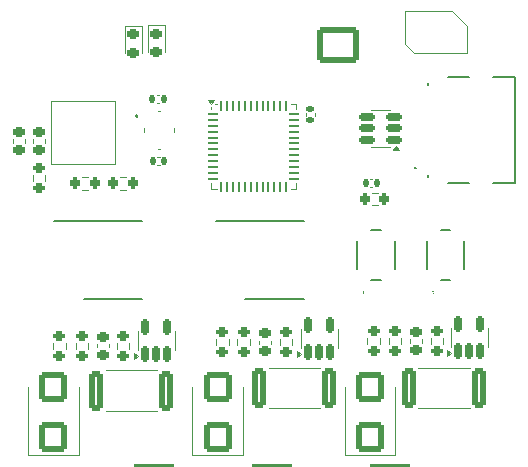
<source format=gto>
%TF.GenerationSoftware,KiCad,Pcbnew,9.0.0*%
%TF.CreationDate,2025-04-09T22:07:22+02:00*%
%TF.ProjectId,ESC,4553432e-6b69-4636-9164-5f7063625858,rev?*%
%TF.SameCoordinates,Original*%
%TF.FileFunction,Legend,Top*%
%TF.FilePolarity,Positive*%
%FSLAX45Y45*%
G04 Gerber Fmt 4.5, Leading zero omitted, Abs format (unit mm)*
G04 Created by KiCad (PCBNEW 9.0.0) date 2025-04-09 22:07:22*
%MOMM*%
%LPD*%
G01*
G04 APERTURE LIST*
G04 Aperture macros list*
%AMRoundRect*
0 Rectangle with rounded corners*
0 $1 Rounding radius*
0 $2 $3 $4 $5 $6 $7 $8 $9 X,Y pos of 4 corners*
0 Add a 4 corners polygon primitive as box body*
4,1,4,$2,$3,$4,$5,$6,$7,$8,$9,$2,$3,0*
0 Add four circle primitives for the rounded corners*
1,1,$1+$1,$2,$3*
1,1,$1+$1,$4,$5*
1,1,$1+$1,$6,$7*
1,1,$1+$1,$8,$9*
0 Add four rect primitives between the rounded corners*
20,1,$1+$1,$2,$3,$4,$5,0*
20,1,$1+$1,$4,$5,$6,$7,0*
20,1,$1+$1,$6,$7,$8,$9,0*
20,1,$1+$1,$8,$9,$2,$3,0*%
G04 Aperture macros list end*
%ADD10C,0.200000*%
%ADD11C,0.120000*%
%ADD12C,0.100000*%
%ADD13C,0.856637*%
%ADD14C,0.150000*%
%ADD15C,0.140000*%
%ADD16C,0.062500*%
%ADD17C,0.075000*%
%ADD18RoundRect,0.333333X1.666667X1.666667X-1.666667X1.666667X-1.666667X-1.666667X1.666667X-1.666667X0*%
%ADD19R,3.150000X1.800000*%
%ADD20RoundRect,0.218750X-0.256250X0.218750X-0.256250X-0.218750X0.256250X-0.218750X0.256250X0.218750X0*%
%ADD21RoundRect,0.225000X0.250000X-0.225000X0.250000X0.225000X-0.250000X0.225000X-0.250000X-0.225000X0*%
%ADD22R,0.650000X1.050000*%
%ADD23RoundRect,0.200000X0.200000X0.275000X-0.200000X0.275000X-0.200000X-0.275000X0.200000X-0.275000X0*%
%ADD24RoundRect,0.200000X-0.275000X0.200000X-0.275000X-0.200000X0.275000X-0.200000X0.275000X0.200000X0*%
%ADD25C,3.800000*%
%ADD26R,4.700000X1.180000*%
%ADD27RoundRect,0.062500X-0.375000X-0.062500X0.375000X-0.062500X0.375000X0.062500X-0.375000X0.062500X0*%
%ADD28RoundRect,0.062500X-0.062500X-0.375000X0.062500X-0.375000X0.062500X0.375000X-0.062500X0.375000X0*%
%ADD29R,5.600000X5.600000*%
%ADD30RoundRect,0.225000X-0.250000X0.225000X-0.250000X-0.225000X0.250000X-0.225000X0.250000X0.225000X0*%
%ADD31RoundRect,0.250000X0.362500X1.425000X-0.362500X1.425000X-0.362500X-1.425000X0.362500X-1.425000X0*%
%ADD32RoundRect,0.150000X0.150000X-0.512500X0.150000X0.512500X-0.150000X0.512500X-0.150000X-0.512500X0*%
%ADD33RoundRect,0.200000X0.275000X-0.200000X0.275000X0.200000X-0.275000X0.200000X-0.275000X-0.200000X0*%
%ADD34RoundRect,0.150000X0.512500X0.150000X-0.512500X0.150000X-0.512500X-0.150000X0.512500X-0.150000X0*%
%ADD35C,2.200000*%
%ADD36RoundRect,0.250000X0.900000X-1.000000X0.900000X1.000000X-0.900000X1.000000X-0.900000X-1.000000X0*%
%ADD37RoundRect,0.200000X-0.200000X-0.275000X0.200000X-0.275000X0.200000X0.275000X-0.200000X0.275000X0*%
%ADD38RoundRect,0.140000X0.140000X0.170000X-0.140000X0.170000X-0.140000X-0.170000X0.140000X-0.170000X0*%
%ADD39C,0.650000*%
%ADD40R,1.150000X0.600000*%
%ADD41R,1.150000X0.300000*%
%ADD42R,1.500000X1.500000*%
%ADD43RoundRect,0.140000X0.170000X-0.140000X0.170000X0.140000X-0.170000X0.140000X-0.170000X-0.140000X0*%
%ADD44O,1.400000X3.000000*%
%ADD45RoundRect,0.250000X1.500000X1.250000X-1.500000X1.250000X-1.500000X-1.250000X1.500000X-1.250000X0*%
%ADD46O,3.500000X3.000000*%
%ADD47RoundRect,0.140000X-0.140000X-0.170000X0.140000X-0.170000X0.140000X0.170000X-0.140000X0.170000X0*%
%ADD48R,1.150000X1.400000*%
G04 APERTURE END LIST*
D10*
%TO.C,C16*%
X2297500Y-3840000D02*
X3040000Y-3840000D01*
X2545000Y-4500000D02*
X3040000Y-4500000D01*
D11*
%TO.C,D5*%
X2891500Y-2191500D02*
X2891500Y-2420000D01*
X3038500Y-2191500D02*
X2891500Y-2191500D01*
X3038500Y-2420000D02*
X3038500Y-2191500D01*
%TO.C,D6*%
X3086500Y-2186500D02*
X3086500Y-2415000D01*
X3233500Y-2186500D02*
X3086500Y-2186500D01*
X3233500Y-2415000D02*
X3233500Y-2186500D01*
%TO.C,C9*%
X4029000Y-4884058D02*
X4029000Y-4855942D01*
X4131000Y-4884058D02*
X4131000Y-4855942D01*
D10*
%TO.C,SW2*%
X4860000Y-4010000D02*
X4860000Y-4250000D01*
D12*
X4912500Y-4440000D02*
X4912500Y-4440000D01*
X4912500Y-4450000D02*
X4912500Y-4450000D01*
D10*
X4980000Y-4340000D02*
X5060000Y-4340000D01*
X5060000Y-3920000D02*
X4980000Y-3920000D01*
X5180000Y-4250000D02*
X5180000Y-4010000D01*
D12*
X4912500Y-4440000D02*
G75*
G02*
X4912500Y-4450000I0J-5000D01*
G01*
X4912500Y-4450000D02*
G75*
G02*
X4912500Y-4440000I0J5000D01*
G01*
D11*
%TO.C,R_FBB1*%
X2903726Y-3472750D02*
X2856274Y-3472750D01*
X2903726Y-3577250D02*
X2856274Y-3577250D01*
D10*
%TO.C,C8*%
X3667500Y-3840000D02*
X4410000Y-3840000D01*
X3915000Y-4500000D02*
X4410000Y-4500000D01*
D11*
%TO.C,R4*%
X5484750Y-4836274D02*
X5484750Y-4883726D01*
X5589250Y-4836274D02*
X5589250Y-4883726D01*
%TO.C,C17*%
X2659000Y-4914058D02*
X2659000Y-4885942D01*
X2761000Y-4914058D02*
X2761000Y-4885942D01*
D12*
%TO.C,L2*%
X2266000Y-2831000D02*
X2814000Y-2831000D01*
X2266000Y-3359000D02*
X2266000Y-2831000D01*
X2814000Y-2831000D02*
X2814000Y-3359000D01*
X2814000Y-3359000D02*
X2266000Y-3359000D01*
D11*
%TO.C,U1*%
X3624000Y-2898500D02*
X3624000Y-2875000D01*
X3624000Y-3573000D02*
X3624000Y-3525500D01*
X3671500Y-2851000D02*
X3654000Y-2851000D01*
X3671500Y-3573000D02*
X3624000Y-3573000D01*
X4298500Y-2851000D02*
X4346000Y-2851000D01*
X4298500Y-3573000D02*
X4346000Y-3573000D01*
X4346000Y-2851000D02*
X4346000Y-2898500D01*
X4346000Y-3573000D02*
X4346000Y-3525500D01*
X3624000Y-2851000D02*
X3600000Y-2818000D01*
X3648000Y-2818000D01*
X3624000Y-2851000D01*
G36*
X3624000Y-2851000D02*
G01*
X3600000Y-2818000D01*
X3648000Y-2818000D01*
X3624000Y-2851000D01*
G37*
%TO.C,C1*%
X5309000Y-4874058D02*
X5309000Y-4845942D01*
X5411000Y-4874058D02*
X5411000Y-4845942D01*
%TO.C,R20*%
X2827750Y-4876274D02*
X2827750Y-4923726D01*
X2932250Y-4876274D02*
X2932250Y-4923726D01*
%TO.C,C12*%
X1950000Y-3153442D02*
X1950000Y-3181558D01*
X2052000Y-3153442D02*
X2052000Y-3181558D01*
%TO.C,R1*%
X5814706Y-5089000D02*
X5379294Y-5089000D01*
X5814706Y-5431000D02*
X5379294Y-5431000D01*
D10*
%TO.C,SW1*%
X5450000Y-4010000D02*
X5450000Y-4250000D01*
D12*
X5502500Y-4440000D02*
X5502500Y-4440000D01*
X5502500Y-4450000D02*
X5502500Y-4450000D01*
D10*
X5570000Y-4340000D02*
X5650000Y-4340000D01*
X5650000Y-3920000D02*
X5570000Y-3920000D01*
X5770000Y-4250000D02*
X5770000Y-4010000D01*
D12*
X5502500Y-4440000D02*
G75*
G02*
X5502500Y-4450000I0J-5000D01*
G01*
X5502500Y-4450000D02*
G75*
G02*
X5502500Y-4440000I0J5000D01*
G01*
D11*
%TO.C,U5*%
X3004000Y-4858500D02*
X3004000Y-4778500D01*
X3004000Y-4858500D02*
X3004000Y-4938500D01*
X3316000Y-4858500D02*
X3316000Y-4778500D01*
X3316000Y-4858500D02*
X3316000Y-4938500D01*
X3009000Y-4988500D02*
X2976000Y-5012500D01*
X2976000Y-4964500D01*
X3009000Y-4988500D01*
G36*
X3009000Y-4988500D02*
G01*
X2976000Y-5012500D01*
X2976000Y-4964500D01*
X3009000Y-4988500D01*
G37*
%TO.C,U4*%
X4384000Y-4840000D02*
X4384000Y-4760000D01*
X4384000Y-4840000D02*
X4384000Y-4920000D01*
X4696000Y-4840000D02*
X4696000Y-4760000D01*
X4696000Y-4840000D02*
X4696000Y-4920000D01*
X4389000Y-4970000D02*
X4356000Y-4994000D01*
X4356000Y-4946000D01*
X4389000Y-4970000D01*
G36*
X4389000Y-4970000D02*
G01*
X4356000Y-4994000D01*
X4356000Y-4946000D01*
X4389000Y-4970000D01*
G37*
%TO.C,J_3V3*%
X2112750Y-3456274D02*
X2112750Y-3503726D01*
X2217250Y-3456274D02*
X2217250Y-3503726D01*
%TO.C,R19*%
X3167706Y-5109000D02*
X2732294Y-5109000D01*
X3167706Y-5451000D02*
X2732294Y-5451000D01*
%TO.C,R16*%
X3667750Y-4893726D02*
X3667750Y-4846274D01*
X3772250Y-4893726D02*
X3772250Y-4846274D01*
%TO.C,U3*%
X5654000Y-4832500D02*
X5654000Y-4752500D01*
X5654000Y-4832500D02*
X5654000Y-4912500D01*
X5966000Y-4832500D02*
X5966000Y-4752500D01*
X5966000Y-4832500D02*
X5966000Y-4912500D01*
X5659000Y-4962500D02*
X5626000Y-4986500D01*
X5626000Y-4938500D01*
X5659000Y-4962500D01*
G36*
X5659000Y-4962500D02*
G01*
X5626000Y-4986500D01*
X5626000Y-4938500D01*
X5659000Y-4962500D01*
G37*
%TO.C,R13*%
X4547706Y-5089000D02*
X4112294Y-5089000D01*
X4547706Y-5431000D02*
X4112294Y-5431000D01*
%TO.C,U2*%
X5061000Y-2903000D02*
X4981000Y-2903000D01*
X5061000Y-2903000D02*
X5141000Y-2903000D01*
X5061000Y-3215000D02*
X4981000Y-3215000D01*
X5061000Y-3215000D02*
X5141000Y-3215000D01*
X5215000Y-3243000D02*
X5167000Y-3243000D01*
X5191000Y-3210000D01*
X5215000Y-3243000D01*
G36*
X5215000Y-3243000D02*
G01*
X5167000Y-3243000D01*
X5191000Y-3210000D01*
X5215000Y-3243000D01*
G37*
%TO.C,D7*%
X4755000Y-5826000D02*
X4755000Y-5245000D01*
X4755000Y-5826000D02*
X5185000Y-5826000D01*
X5185000Y-5826000D02*
X5185000Y-5245000D01*
%TO.C,R28*%
X4986274Y-3607750D02*
X5033726Y-3607750D01*
X4986274Y-3712250D02*
X5033726Y-3712250D01*
%TO.C,R22*%
X2287750Y-4923726D02*
X2287750Y-4876274D01*
X2392250Y-4923726D02*
X2392250Y-4876274D01*
%TO.C,R12*%
X4947750Y-4883726D02*
X4947750Y-4836274D01*
X5052250Y-4883726D02*
X5052250Y-4836274D01*
%TO.C,D8*%
X3465000Y-5826000D02*
X3465000Y-5245000D01*
X3465000Y-5826000D02*
X3895000Y-5826000D01*
X3895000Y-5826000D02*
X3895000Y-5245000D01*
%TO.C,R21*%
X2477750Y-4876274D02*
X2477750Y-4923726D01*
X2582250Y-4876274D02*
X2582250Y-4923726D01*
%TO.C,R15*%
X3847750Y-4846274D02*
X3847750Y-4893726D01*
X3952250Y-4846274D02*
X3952250Y-4893726D01*
%TO.C,R_FBT1*%
X2579726Y-3472750D02*
X2532274Y-3472750D01*
X2579726Y-3577250D02*
X2532274Y-3577250D01*
%TO.C,C29*%
X4990784Y-3484000D02*
X4969216Y-3484000D01*
X4990784Y-3556000D02*
X4969216Y-3556000D01*
D10*
%TO.C,J1*%
X5349000Y-3395000D02*
X5349000Y-3395000D01*
X5349000Y-3395000D02*
X5349000Y-3395000D01*
X5359000Y-3395000D02*
X5359000Y-3395000D01*
X5460000Y-2695000D02*
X5460000Y-2675000D01*
X5460500Y-3475000D02*
X5460000Y-3455000D01*
X5627800Y-3522000D02*
X5807800Y-3522000D01*
X5807800Y-2628000D02*
X5627800Y-2628000D01*
X6007800Y-3522000D02*
X6195500Y-3522000D01*
X6195500Y-2628000D02*
X6007800Y-2628000D01*
X6195500Y-3522000D02*
X6195500Y-2628000D01*
X5349000Y-3395000D02*
G75*
G02*
X5359000Y-3395000I5000J0D01*
G01*
X5359000Y-3395000D02*
G75*
G02*
X5349000Y-3395000I-5000J0D01*
G01*
X5359000Y-3395000D02*
G75*
G02*
X5349000Y-3395000I-5000J0D01*
G01*
D11*
%TO.C,C11*%
X2115000Y-3153442D02*
X2115000Y-3181558D01*
X2217000Y-3153442D02*
X2217000Y-3181558D01*
%TO.C,R14*%
X4207750Y-4846274D02*
X4207750Y-4893726D01*
X4312250Y-4846274D02*
X4312250Y-4893726D01*
%TO.C,C23*%
X4429000Y-2950784D02*
X4429000Y-2929216D01*
X4501000Y-2950784D02*
X4501000Y-2929216D01*
%TO.C,R11*%
X5127750Y-4836274D02*
X5127750Y-4883726D01*
X5232250Y-4836274D02*
X5232250Y-4883726D01*
D12*
%TO.C,U6*%
X5265000Y-2067500D02*
X5665000Y-2067500D01*
X5265000Y-2342500D02*
X5265000Y-2067500D01*
X5340000Y-2417500D02*
X5265000Y-2342500D01*
X5665000Y-2067500D02*
X5790000Y-2192500D01*
X5790000Y-2192500D02*
X5790000Y-2417500D01*
X5790000Y-2417500D02*
X5340000Y-2417500D01*
D11*
%TO.C,C27*%
X3185784Y-2774000D02*
X3164216Y-2774000D01*
X3185784Y-2846000D02*
X3164216Y-2846000D01*
%TO.C,D9*%
X2075000Y-5826000D02*
X2075000Y-5245000D01*
X2075000Y-5826000D02*
X2505000Y-5826000D01*
X2505000Y-5826000D02*
X2505000Y-5245000D01*
%TO.C,C26*%
X3168716Y-3299000D02*
X3190284Y-3299000D01*
X3168716Y-3371000D02*
X3190284Y-3371000D01*
D10*
%TO.C,Y1*%
X2993700Y-2942500D02*
X2993700Y-2942500D01*
X2993700Y-2962500D02*
X2993700Y-2962500D01*
D12*
X3058700Y-3052500D02*
X3058700Y-3092500D01*
X3193800Y-2912500D02*
X3173700Y-2912500D01*
X3193800Y-3232500D02*
X3173700Y-3232500D01*
X3308700Y-3052500D02*
X3308700Y-3092500D01*
D10*
X2993700Y-2942500D02*
G75*
G02*
X2993700Y-2962500I0J-10000D01*
G01*
X2993700Y-2962500D02*
G75*
G02*
X2993700Y-2942500I0J10000D01*
G01*
%TD*%
%LPC*%
D13*
X5122832Y-2370000D02*
G75*
G02*
X5037168Y-2370000I-42832J0D01*
G01*
X5037168Y-2370000D02*
G75*
G02*
X5122832Y-2370000I42832J0D01*
G01*
X5302832Y-2600000D02*
G75*
G02*
X5217168Y-2600000I-42832J0D01*
G01*
X5217168Y-2600000D02*
G75*
G02*
X5302832Y-2600000I42832J0D01*
G01*
D14*
X5946982Y-4246322D02*
X5846982Y-4246322D01*
X5885077Y-4246322D02*
X5880315Y-4236798D01*
X5880315Y-4236798D02*
X5880315Y-4217751D01*
X5880315Y-4217751D02*
X5885077Y-4208227D01*
X5885077Y-4208227D02*
X5889839Y-4203465D01*
X5889839Y-4203465D02*
X5899363Y-4198703D01*
X5899363Y-4198703D02*
X5927934Y-4198703D01*
X5927934Y-4198703D02*
X5937458Y-4203465D01*
X5937458Y-4203465D02*
X5942220Y-4208227D01*
X5942220Y-4208227D02*
X5946982Y-4217751D01*
X5946982Y-4217751D02*
X5946982Y-4236798D01*
X5946982Y-4236798D02*
X5942220Y-4246322D01*
X5946982Y-4141560D02*
X5942220Y-4151084D01*
X5942220Y-4151084D02*
X5937458Y-4155846D01*
X5937458Y-4155846D02*
X5927934Y-4160608D01*
X5927934Y-4160608D02*
X5899363Y-4160608D01*
X5899363Y-4160608D02*
X5889839Y-4155846D01*
X5889839Y-4155846D02*
X5885077Y-4151084D01*
X5885077Y-4151084D02*
X5880315Y-4141560D01*
X5880315Y-4141560D02*
X5880315Y-4127274D01*
X5880315Y-4127274D02*
X5885077Y-4117751D01*
X5885077Y-4117751D02*
X5889839Y-4112989D01*
X5889839Y-4112989D02*
X5899363Y-4108227D01*
X5899363Y-4108227D02*
X5927934Y-4108227D01*
X5927934Y-4108227D02*
X5937458Y-4112989D01*
X5937458Y-4112989D02*
X5942220Y-4117751D01*
X5942220Y-4117751D02*
X5946982Y-4127274D01*
X5946982Y-4127274D02*
X5946982Y-4141560D01*
X5946982Y-4051084D02*
X5942220Y-4060608D01*
X5942220Y-4060608D02*
X5937458Y-4065370D01*
X5937458Y-4065370D02*
X5927934Y-4070131D01*
X5927934Y-4070131D02*
X5899363Y-4070131D01*
X5899363Y-4070131D02*
X5889839Y-4065370D01*
X5889839Y-4065370D02*
X5885077Y-4060608D01*
X5885077Y-4060608D02*
X5880315Y-4051084D01*
X5880315Y-4051084D02*
X5880315Y-4036798D01*
X5880315Y-4036798D02*
X5885077Y-4027274D01*
X5885077Y-4027274D02*
X5889839Y-4022512D01*
X5889839Y-4022512D02*
X5899363Y-4017751D01*
X5899363Y-4017751D02*
X5927934Y-4017751D01*
X5927934Y-4017751D02*
X5937458Y-4022512D01*
X5937458Y-4022512D02*
X5942220Y-4027274D01*
X5942220Y-4027274D02*
X5946982Y-4036798D01*
X5946982Y-4036798D02*
X5946982Y-4051084D01*
X5880315Y-3989179D02*
X5880315Y-3951084D01*
X5846982Y-3974893D02*
X5932696Y-3974893D01*
X5932696Y-3974893D02*
X5942220Y-3970131D01*
X5942220Y-3970131D02*
X5946982Y-3960608D01*
X5946982Y-3960608D02*
X5946982Y-3951084D01*
X5366982Y-4266322D02*
X5300315Y-4266322D01*
X5319363Y-4266322D02*
X5309839Y-4261560D01*
X5309839Y-4261560D02*
X5305077Y-4256798D01*
X5305077Y-4256798D02*
X5300315Y-4247274D01*
X5300315Y-4247274D02*
X5300315Y-4237751D01*
X5362220Y-4166322D02*
X5366982Y-4175846D01*
X5366982Y-4175846D02*
X5366982Y-4194893D01*
X5366982Y-4194893D02*
X5362220Y-4204417D01*
X5362220Y-4204417D02*
X5352696Y-4209179D01*
X5352696Y-4209179D02*
X5314601Y-4209179D01*
X5314601Y-4209179D02*
X5305077Y-4204417D01*
X5305077Y-4204417D02*
X5300315Y-4194893D01*
X5300315Y-4194893D02*
X5300315Y-4175846D01*
X5300315Y-4175846D02*
X5305077Y-4166322D01*
X5305077Y-4166322D02*
X5314601Y-4161560D01*
X5314601Y-4161560D02*
X5324125Y-4161560D01*
X5324125Y-4161560D02*
X5333649Y-4209179D01*
X5362220Y-4123465D02*
X5366982Y-4113941D01*
X5366982Y-4113941D02*
X5366982Y-4094893D01*
X5366982Y-4094893D02*
X5362220Y-4085370D01*
X5362220Y-4085370D02*
X5352696Y-4080608D01*
X5352696Y-4080608D02*
X5347934Y-4080608D01*
X5347934Y-4080608D02*
X5338410Y-4085370D01*
X5338410Y-4085370D02*
X5333649Y-4094893D01*
X5333649Y-4094893D02*
X5333649Y-4109179D01*
X5333649Y-4109179D02*
X5328887Y-4118703D01*
X5328887Y-4118703D02*
X5319363Y-4123465D01*
X5319363Y-4123465D02*
X5314601Y-4123465D01*
X5314601Y-4123465D02*
X5305077Y-4118703D01*
X5305077Y-4118703D02*
X5300315Y-4109179D01*
X5300315Y-4109179D02*
X5300315Y-4094893D01*
X5300315Y-4094893D02*
X5305077Y-4085370D01*
X5362220Y-3999655D02*
X5366982Y-4009179D01*
X5366982Y-4009179D02*
X5366982Y-4028227D01*
X5366982Y-4028227D02*
X5362220Y-4037750D01*
X5362220Y-4037750D02*
X5352696Y-4042512D01*
X5352696Y-4042512D02*
X5314601Y-4042512D01*
X5314601Y-4042512D02*
X5305077Y-4037750D01*
X5305077Y-4037750D02*
X5300315Y-4028227D01*
X5300315Y-4028227D02*
X5300315Y-4009179D01*
X5300315Y-4009179D02*
X5305077Y-3999655D01*
X5305077Y-3999655D02*
X5314601Y-3994893D01*
X5314601Y-3994893D02*
X5324125Y-3994893D01*
X5324125Y-3994893D02*
X5333649Y-4042512D01*
X5300315Y-3966322D02*
X5300315Y-3928227D01*
X5266982Y-3952036D02*
X5352696Y-3952036D01*
X5352696Y-3952036D02*
X5362220Y-3947274D01*
X5362220Y-3947274D02*
X5366982Y-3937750D01*
X5366982Y-3937750D02*
X5366982Y-3928227D01*
D15*
G36*
X3489315Y-6065193D02*
G01*
X3498556Y-6081122D01*
X3497112Y-6082270D01*
X3495751Y-6081092D01*
X3494923Y-6080805D01*
X3493784Y-6081214D01*
X3490162Y-6083413D01*
X3482141Y-6088197D01*
X3476287Y-6090755D01*
X3470366Y-6092141D01*
X3462888Y-6092650D01*
X3455138Y-6092072D01*
X3448416Y-6090429D01*
X3442566Y-6087813D01*
X3437460Y-6084258D01*
X3433820Y-6080728D01*
X3430759Y-6076700D01*
X3428241Y-6072129D01*
X3426093Y-6066462D01*
X3424794Y-6060401D01*
X3424351Y-6053855D01*
X3424802Y-6047159D01*
X3426118Y-6041051D01*
X3428279Y-6035428D01*
X3431314Y-6030207D01*
X3434976Y-6025725D01*
X3439176Y-6022044D01*
X3443975Y-6019123D01*
X3449458Y-6016960D01*
X3455735Y-6015597D01*
X3462935Y-6015118D01*
X3470406Y-6015618D01*
X3476266Y-6016974D01*
X3482069Y-6019489D01*
X3490162Y-6024272D01*
X3493778Y-6026412D01*
X3494923Y-6026812D01*
X3495751Y-6026526D01*
X3497112Y-6025352D01*
X3498556Y-6026490D01*
X3489320Y-6042317D01*
X3487845Y-6041213D01*
X3487952Y-6039689D01*
X3487677Y-6038277D01*
X3486781Y-6036856D01*
X3485340Y-6035525D01*
X3482571Y-6033597D01*
X3476803Y-6030612D01*
X3470874Y-6028841D01*
X3464704Y-6028248D01*
X3459132Y-6028690D01*
X3454404Y-6029935D01*
X3450381Y-6031904D01*
X3446953Y-6034569D01*
X3443526Y-6038573D01*
X3441125Y-6043052D01*
X3439666Y-6048105D01*
X3439161Y-6053884D01*
X3439666Y-6059663D01*
X3441125Y-6064716D01*
X3443526Y-6069195D01*
X3446953Y-6073199D01*
X3450381Y-6075865D01*
X3454404Y-6077833D01*
X3459132Y-6079078D01*
X3464704Y-6079520D01*
X3470870Y-6078917D01*
X3476797Y-6077115D01*
X3482566Y-6074073D01*
X3485336Y-6072110D01*
X3486781Y-6070756D01*
X3487676Y-6069311D01*
X3487952Y-6067870D01*
X3487845Y-6066380D01*
X3489315Y-6065193D01*
G37*
G36*
X4464337Y-6016678D02*
G01*
X4468542Y-6017468D01*
X4472230Y-6018969D01*
X4475381Y-6021209D01*
X4477899Y-6024061D01*
X4479701Y-6027446D01*
X4480822Y-6031470D01*
X4481219Y-6036294D01*
X4480854Y-6040561D01*
X4479814Y-6044153D01*
X4478132Y-6047209D01*
X4475760Y-6049817D01*
X4472581Y-6052008D01*
X4476584Y-6054302D01*
X4479540Y-6057150D01*
X4481624Y-6060576D01*
X4482913Y-6064692D01*
X4483369Y-6069687D01*
X4482940Y-6074716D01*
X4481715Y-6078999D01*
X4479724Y-6082688D01*
X4476911Y-6085880D01*
X4473411Y-6088382D01*
X4469333Y-6090105D01*
X4464773Y-6091045D01*
X4458703Y-6091400D01*
X4413951Y-6091400D01*
X4413951Y-6089251D01*
X4415550Y-6088557D01*
X4416370Y-6087853D01*
X4416835Y-6086881D01*
X4417012Y-6085387D01*
X4417012Y-6078895D01*
X4431535Y-6078895D01*
X4455595Y-6078895D01*
X4460074Y-6078596D01*
X4463167Y-6077833D01*
X4465229Y-6076755D01*
X4467037Y-6074841D01*
X4468153Y-6072245D01*
X4468559Y-6068734D01*
X4468156Y-6065257D01*
X4467042Y-6062657D01*
X4465229Y-6060713D01*
X4463196Y-6059639D01*
X4460108Y-6058874D01*
X4455595Y-6058574D01*
X4431535Y-6058574D01*
X4431535Y-6078895D01*
X4417012Y-6078895D01*
X4417012Y-6046068D01*
X4431535Y-6046068D01*
X4456407Y-6046068D01*
X4460176Y-6045799D01*
X4462677Y-6045119D01*
X4464263Y-6044173D01*
X4465601Y-6042541D01*
X4466438Y-6040366D01*
X4466742Y-6037471D01*
X4466444Y-6034494D01*
X4465645Y-6032360D01*
X4464396Y-6030847D01*
X4462723Y-6029854D01*
X4460167Y-6029150D01*
X4456407Y-6028874D01*
X4431535Y-6028874D01*
X4431535Y-6046068D01*
X4417012Y-6046068D01*
X4417012Y-6022382D01*
X4416834Y-6020888D01*
X4416370Y-6019920D01*
X4415550Y-6019213D01*
X4413951Y-6018518D01*
X4413951Y-6016368D01*
X4458271Y-6016368D01*
X4464337Y-6016678D01*
G37*
G36*
X5444268Y-6018518D02*
G01*
X5442575Y-6019368D01*
X5441719Y-6020390D01*
X5441447Y-6021620D01*
X5441650Y-6023189D01*
X5442344Y-6025151D01*
X5467208Y-6082534D01*
X5468808Y-6085824D01*
X5469943Y-6087477D01*
X5471292Y-6088543D01*
X5473200Y-6089236D01*
X5473200Y-6091400D01*
X5448922Y-6091400D01*
X5448922Y-6089236D01*
X5450794Y-6088533D01*
X5451757Y-6087468D01*
X5452077Y-6085992D01*
X5451887Y-6084781D01*
X5451132Y-6082690D01*
X5446678Y-6072329D01*
X5417199Y-6072329D01*
X5412839Y-6082690D01*
X5412131Y-6084746D01*
X5411946Y-6086051D01*
X5412245Y-6087314D01*
X5413205Y-6088370D01*
X5415147Y-6089246D01*
X5415147Y-6091400D01*
X5393259Y-6091400D01*
X5393259Y-6089241D01*
X5395072Y-6088593D01*
X5396225Y-6087722D01*
X5397165Y-6086352D01*
X5398486Y-6083516D01*
X5407638Y-6061700D01*
X5421584Y-6061700D01*
X5442434Y-6061700D01*
X5432082Y-6035893D01*
X5421584Y-6061700D01*
X5407638Y-6061700D01*
X5422490Y-6026295D01*
X5423388Y-6023699D01*
X5423627Y-6022001D01*
X5423349Y-6020612D01*
X5422492Y-6019467D01*
X5420853Y-6018513D01*
X5420853Y-6016368D01*
X5444268Y-6016368D01*
X5444268Y-6018518D01*
G37*
G36*
X3306505Y-2080551D02*
G01*
X3299923Y-2095133D01*
X3298581Y-2094297D01*
X3298328Y-2092641D01*
X3297624Y-2091484D01*
X3294495Y-2089089D01*
X3289635Y-2086926D01*
X3284306Y-2085576D01*
X3278924Y-2085128D01*
X3274468Y-2085511D01*
X3270743Y-2086584D01*
X3267696Y-2088361D01*
X3266153Y-2090328D01*
X3265669Y-2092563D01*
X3265931Y-2094079D01*
X3266703Y-2095267D01*
X3268101Y-2096202D01*
X3271128Y-2097072D01*
X3277637Y-2097942D01*
X3285194Y-2098591D01*
X3291791Y-2099579D01*
X3296717Y-2101088D01*
X3300316Y-2102983D01*
X3302954Y-2105286D01*
X3305099Y-2108268D01*
X3306407Y-2111122D01*
X3307194Y-2114203D01*
X3307463Y-2117574D01*
X3306996Y-2122045D01*
X3305640Y-2125930D01*
X3303368Y-2129372D01*
X3300034Y-2132443D01*
X3296460Y-2134594D01*
X3292173Y-2136224D01*
X3287046Y-2137274D01*
X3280928Y-2137651D01*
X3274928Y-2137280D01*
X3269044Y-2136174D01*
X3263242Y-2134323D01*
X3257493Y-2131706D01*
X3256257Y-2131330D01*
X3255445Y-2131626D01*
X3254539Y-2132697D01*
X3253112Y-2132033D01*
X3258719Y-2116694D01*
X3260121Y-2117334D01*
X3260121Y-2117882D01*
X3260347Y-2119125D01*
X3261032Y-2120168D01*
X3263921Y-2122213D01*
X3269255Y-2124315D01*
X3275121Y-2125647D01*
X3280839Y-2126083D01*
X3285728Y-2125692D01*
X3289879Y-2124588D01*
X3292785Y-2122991D01*
X3294280Y-2121094D01*
X3294760Y-2118815D01*
X3294410Y-2116968D01*
X3293363Y-2115521D01*
X3291409Y-2114389D01*
X3288663Y-2113686D01*
X3283168Y-2112948D01*
X3275658Y-2112239D01*
X3269942Y-2111555D01*
X3266357Y-2110813D01*
X3263287Y-2109701D01*
X3260728Y-2108224D01*
X3257985Y-2105628D01*
X3255898Y-2102211D01*
X3254599Y-2098253D01*
X3254159Y-2093882D01*
X3254650Y-2089043D01*
X3256060Y-2084947D01*
X3258393Y-2081427D01*
X3261780Y-2078392D01*
X3265295Y-2076348D01*
X3269267Y-2074840D01*
X3273766Y-2073893D01*
X3278872Y-2073561D01*
X3284276Y-2073924D01*
X3289161Y-2074973D01*
X3294104Y-2076791D01*
X3300547Y-2079921D01*
X3303214Y-2080952D01*
X3303949Y-2080707D01*
X3305159Y-2079706D01*
X3306505Y-2080551D01*
G37*
G36*
X3353120Y-2075178D02*
G01*
X3358192Y-2076160D01*
X3362058Y-2077616D01*
X3365801Y-2079944D01*
X3368925Y-2082872D01*
X3371500Y-2086437D01*
X3373556Y-2090717D01*
X3374883Y-2095053D01*
X3375717Y-2099983D01*
X3376009Y-2105606D01*
X3375636Y-2111979D01*
X3374582Y-2117425D01*
X3372913Y-2122090D01*
X3370654Y-2126093D01*
X3367785Y-2129522D01*
X3363782Y-2132632D01*
X3359053Y-2134778D01*
X3353717Y-2135955D01*
X3346559Y-2136400D01*
X3315003Y-2136400D01*
X3315003Y-2134246D01*
X3316560Y-2133593D01*
X3317401Y-2132863D01*
X3317883Y-2131854D01*
X3318063Y-2130367D01*
X3318063Y-2125145D01*
X3331155Y-2125145D01*
X3344692Y-2125145D01*
X3349447Y-2124775D01*
X3353166Y-2123767D01*
X3356053Y-2122236D01*
X3358271Y-2120231D01*
X3360125Y-2117525D01*
X3361495Y-2114266D01*
X3362366Y-2110341D01*
X3362678Y-2105606D01*
X3362366Y-2100871D01*
X3361495Y-2096946D01*
X3360125Y-2093687D01*
X3358271Y-2090981D01*
X3355860Y-2088785D01*
X3352868Y-2087244D01*
X3349418Y-2086391D01*
X3344692Y-2086066D01*
X3331155Y-2086066D01*
X3331155Y-2125145D01*
X3318063Y-2125145D01*
X3318063Y-2080844D01*
X3317886Y-2079364D01*
X3317422Y-2078402D01*
X3316603Y-2077693D01*
X3315003Y-2076961D01*
X3315003Y-2074812D01*
X3346559Y-2074812D01*
X3353120Y-2075178D01*
G37*
G36*
X3423329Y-2076951D02*
G01*
X3421783Y-2077953D01*
X3420964Y-2079124D01*
X3420696Y-2080522D01*
X3420953Y-2082326D01*
X3421876Y-2084826D01*
X3442153Y-2128237D01*
X3443792Y-2131399D01*
X3444748Y-2132771D01*
X3445866Y-2133602D01*
X3447714Y-2134241D01*
X3447714Y-2136400D01*
X3425590Y-2136400D01*
X3425590Y-2134236D01*
X3427435Y-2133542D01*
X3428384Y-2132496D01*
X3428698Y-2131051D01*
X3428443Y-2129345D01*
X3427518Y-2126938D01*
X3424594Y-2120768D01*
X3400133Y-2120768D01*
X3397397Y-2127339D01*
X3396611Y-2129612D01*
X3396406Y-2131036D01*
X3396711Y-2132435D01*
X3397644Y-2133489D01*
X3399466Y-2134241D01*
X3399466Y-2136400D01*
X3379493Y-2136400D01*
X3379493Y-2134236D01*
X3381218Y-2133718D01*
X3382245Y-2133005D01*
X3383079Y-2131845D01*
X3384288Y-2129434D01*
X3391898Y-2112015D01*
X3403950Y-2112015D01*
X3420572Y-2112015D01*
X3412054Y-2093506D01*
X3403950Y-2112015D01*
X3391898Y-2112015D01*
X3403843Y-2084669D01*
X3404686Y-2082208D01*
X3404929Y-2080302D01*
X3404673Y-2079082D01*
X3403856Y-2077980D01*
X3402253Y-2076951D01*
X3402253Y-2074812D01*
X3423329Y-2074812D01*
X3423329Y-2076951D01*
G37*
G36*
X3528219Y-2080551D02*
G01*
X3521637Y-2095133D01*
X3520295Y-2094297D01*
X3520042Y-2092641D01*
X3519337Y-2091484D01*
X3516209Y-2089089D01*
X3511349Y-2086926D01*
X3506020Y-2085576D01*
X3500638Y-2085128D01*
X3496182Y-2085511D01*
X3492457Y-2086584D01*
X3489410Y-2088361D01*
X3487867Y-2090328D01*
X3487383Y-2092563D01*
X3487645Y-2094079D01*
X3488417Y-2095267D01*
X3489815Y-2096202D01*
X3492841Y-2097072D01*
X3499351Y-2097942D01*
X3506908Y-2098591D01*
X3513505Y-2099579D01*
X3518431Y-2101088D01*
X3522030Y-2102983D01*
X3524668Y-2105286D01*
X3526813Y-2108268D01*
X3528121Y-2111122D01*
X3528908Y-2114203D01*
X3529177Y-2117574D01*
X3528710Y-2122045D01*
X3527354Y-2125930D01*
X3525082Y-2129372D01*
X3521748Y-2132443D01*
X3518174Y-2134594D01*
X3513887Y-2136224D01*
X3508760Y-2137274D01*
X3502642Y-2137651D01*
X3496642Y-2137280D01*
X3490758Y-2136174D01*
X3484956Y-2134323D01*
X3479207Y-2131706D01*
X3477971Y-2131330D01*
X3477159Y-2131626D01*
X3476253Y-2132697D01*
X3474825Y-2132033D01*
X3480433Y-2116694D01*
X3481835Y-2117334D01*
X3481835Y-2117882D01*
X3482061Y-2119125D01*
X3482746Y-2120168D01*
X3485635Y-2122213D01*
X3490969Y-2124315D01*
X3496835Y-2125647D01*
X3502552Y-2126083D01*
X3507441Y-2125692D01*
X3511593Y-2124588D01*
X3514499Y-2122991D01*
X3515994Y-2121094D01*
X3516474Y-2118815D01*
X3516124Y-2116968D01*
X3515077Y-2115521D01*
X3513123Y-2114389D01*
X3510377Y-2113686D01*
X3504882Y-2112948D01*
X3497372Y-2112239D01*
X3491656Y-2111555D01*
X3488071Y-2110813D01*
X3485001Y-2109701D01*
X3482442Y-2108224D01*
X3479699Y-2105628D01*
X3477612Y-2102211D01*
X3476313Y-2098253D01*
X3475873Y-2093882D01*
X3476364Y-2089043D01*
X3477774Y-2084947D01*
X3480107Y-2081427D01*
X3483494Y-2078392D01*
X3487009Y-2076348D01*
X3490981Y-2074840D01*
X3495480Y-2073893D01*
X3500586Y-2073561D01*
X3505990Y-2073924D01*
X3510874Y-2074973D01*
X3515818Y-2076791D01*
X3522261Y-2079921D01*
X3524928Y-2080952D01*
X3525663Y-2080707D01*
X3526873Y-2079706D01*
X3528219Y-2080551D01*
G37*
G36*
X3589243Y-2114008D02*
G01*
X3597484Y-2127842D01*
X3596197Y-2128912D01*
X3595049Y-2128147D01*
X3594380Y-2127959D01*
X3593390Y-2128289D01*
X3590670Y-2129942D01*
X3584205Y-2133766D01*
X3579066Y-2135970D01*
X3573815Y-2137206D01*
X3567457Y-2137651D01*
X3560880Y-2137154D01*
X3555201Y-2135745D01*
X3550280Y-2133506D01*
X3546005Y-2130465D01*
X3543083Y-2127497D01*
X3540591Y-2124072D01*
X3538507Y-2120148D01*
X3536857Y-2115579D01*
X3535862Y-2110753D01*
X3535524Y-2105606D01*
X3535876Y-2100287D01*
X3536907Y-2095379D01*
X3538606Y-2090806D01*
X3540999Y-2086511D01*
X3544026Y-2082657D01*
X3547510Y-2079498D01*
X3551502Y-2076994D01*
X3556075Y-2075140D01*
X3561325Y-2073972D01*
X3567363Y-2073561D01*
X3573728Y-2074017D01*
X3579044Y-2075290D01*
X3584236Y-2077556D01*
X3590675Y-2081479D01*
X3593392Y-2083174D01*
X3594380Y-2083512D01*
X3595048Y-2083318D01*
X3596201Y-2082525D01*
X3597479Y-2083692D01*
X3589247Y-2097331D01*
X3588020Y-2096300D01*
X3588127Y-2095362D01*
X3588170Y-2094678D01*
X3587716Y-2093230D01*
X3585930Y-2091314D01*
X3581793Y-2088685D01*
X3577659Y-2086861D01*
X3573580Y-2085793D01*
X3569513Y-2085441D01*
X3565210Y-2085794D01*
X3561455Y-2086802D01*
X3558160Y-2088418D01*
X3555254Y-2090639D01*
X3552411Y-2093820D01*
X3550442Y-2097321D01*
X3549258Y-2101211D01*
X3548851Y-2105606D01*
X3549259Y-2110029D01*
X3550444Y-2113937D01*
X3552413Y-2117446D01*
X3555254Y-2120627D01*
X3558183Y-2122827D01*
X3561488Y-2124427D01*
X3565237Y-2125423D01*
X3569513Y-2125771D01*
X3573943Y-2125354D01*
X3578416Y-2124087D01*
X3582985Y-2121907D01*
X3586339Y-2119592D01*
X3587797Y-2117928D01*
X3588170Y-2116690D01*
X3588016Y-2115092D01*
X3589243Y-2114008D01*
G37*
G36*
X3621120Y-2125145D02*
G01*
X3650963Y-2125145D01*
X3652318Y-2124948D01*
X3653173Y-2124442D01*
X3653800Y-2123522D01*
X3654447Y-2121706D01*
X3655977Y-2121706D01*
X3655977Y-2139839D01*
X3654447Y-2139839D01*
X3653833Y-2138047D01*
X3653194Y-2137118D01*
X3652320Y-2136600D01*
X3650963Y-2136400D01*
X3604968Y-2136400D01*
X3604968Y-2134246D01*
X3606525Y-2133593D01*
X3607366Y-2132863D01*
X3607848Y-2131854D01*
X3608028Y-2130367D01*
X3608028Y-2080844D01*
X3607851Y-2079364D01*
X3607387Y-2078402D01*
X3606568Y-2077693D01*
X3604968Y-2076961D01*
X3604968Y-2074812D01*
X3624181Y-2074812D01*
X3624181Y-2076961D01*
X3622584Y-2077661D01*
X3621757Y-2078387D01*
X3621295Y-2079380D01*
X3621120Y-2080879D01*
X3621120Y-2125145D01*
G37*
G36*
X3727642Y-2075284D02*
G01*
X3732740Y-2076528D01*
X3736414Y-2078343D01*
X3739155Y-2080837D01*
X3741248Y-2084235D01*
X3742542Y-2088229D01*
X3742988Y-2092788D01*
X3742610Y-2097238D01*
X3741550Y-2100876D01*
X3739855Y-2103870D01*
X3737487Y-2106329D01*
X3734708Y-2108107D01*
X3731115Y-2109498D01*
X3726521Y-2110423D01*
X3720710Y-2110764D01*
X3701818Y-2110764D01*
X3701818Y-2130255D01*
X3701993Y-2131763D01*
X3702455Y-2132761D01*
X3703281Y-2133502D01*
X3704878Y-2134251D01*
X3704878Y-2136400D01*
X3685666Y-2136400D01*
X3685666Y-2134246D01*
X3687223Y-2133593D01*
X3688063Y-2132863D01*
X3688546Y-2131854D01*
X3688726Y-2130367D01*
X3688726Y-2099510D01*
X3701818Y-2099510D01*
X3719945Y-2099510D01*
X3724545Y-2099180D01*
X3726869Y-2098440D01*
X3728400Y-2097160D01*
X3729324Y-2095340D01*
X3729660Y-2092788D01*
X3729324Y-2090236D01*
X3728400Y-2088415D01*
X3726869Y-2087136D01*
X3724581Y-2086398D01*
X3719945Y-2086066D01*
X3701818Y-2086066D01*
X3701818Y-2099510D01*
X3688726Y-2099510D01*
X3688726Y-2080844D01*
X3688549Y-2079364D01*
X3688085Y-2078402D01*
X3687266Y-2077693D01*
X3685666Y-2076961D01*
X3685666Y-2074812D01*
X3720710Y-2074812D01*
X3727642Y-2075284D01*
G37*
G36*
X3791851Y-2094229D02*
G01*
X3780268Y-2126757D01*
X3779601Y-2129079D01*
X3779417Y-2130694D01*
X3779749Y-2132334D01*
X3780725Y-2133489D01*
X3782571Y-2134236D01*
X3782571Y-2136400D01*
X3762359Y-2136400D01*
X3762359Y-2134246D01*
X3764027Y-2133432D01*
X3764922Y-2132275D01*
X3765227Y-2130694D01*
X3765048Y-2129160D01*
X3764376Y-2126757D01*
X3750220Y-2085490D01*
X3748575Y-2081192D01*
X3747501Y-2079193D01*
X3746164Y-2077899D01*
X3744090Y-2076966D01*
X3744090Y-2074812D01*
X3764735Y-2074812D01*
X3764735Y-2076956D01*
X3762947Y-2077909D01*
X3762050Y-2078994D01*
X3761769Y-2080248D01*
X3761951Y-2081526D01*
X3762718Y-2084078D01*
X3772630Y-2112288D01*
X3782499Y-2084293D01*
X3783216Y-2081902D01*
X3783401Y-2080463D01*
X3783084Y-2079007D01*
X3782107Y-2077856D01*
X3780195Y-2076966D01*
X3780195Y-2074812D01*
X3804280Y-2074812D01*
X3804280Y-2076956D01*
X3802431Y-2077966D01*
X3801479Y-2079172D01*
X3801173Y-2080625D01*
X3801336Y-2081899D01*
X3801977Y-2084078D01*
X3811602Y-2112279D01*
X3821228Y-2083810D01*
X3821701Y-2081987D01*
X3821839Y-2080571D01*
X3821666Y-2079244D01*
X3821202Y-2078348D01*
X3820386Y-2077683D01*
X3818736Y-2076961D01*
X3818736Y-2074812D01*
X3839855Y-2074812D01*
X3839855Y-2076951D01*
X3837695Y-2078134D01*
X3836397Y-2079408D01*
X3835361Y-2081302D01*
X3833726Y-2085490D01*
X3819381Y-2126757D01*
X3818797Y-2128896D01*
X3818625Y-2130587D01*
X3818968Y-2132287D01*
X3819975Y-2133476D01*
X3821877Y-2134236D01*
X3821877Y-2136400D01*
X3800852Y-2136400D01*
X3800852Y-2134251D01*
X3802637Y-2133324D01*
X3803589Y-2132074D01*
X3803908Y-2130426D01*
X3802866Y-2126757D01*
X3791851Y-2094229D01*
G37*
G36*
X3877879Y-2136556D02*
G01*
X3858508Y-2096720D01*
X3858508Y-2130323D01*
X3858682Y-2131804D01*
X3859145Y-2132790D01*
X3859970Y-2133517D01*
X3861568Y-2134251D01*
X3861568Y-2136400D01*
X3843505Y-2136400D01*
X3843505Y-2134246D01*
X3845062Y-2133593D01*
X3845903Y-2132863D01*
X3846385Y-2131854D01*
X3846565Y-2130367D01*
X3846565Y-2080844D01*
X3846389Y-2079360D01*
X3845924Y-2078378D01*
X3845102Y-2077657D01*
X3843505Y-2076961D01*
X3843505Y-2074812D01*
X3866398Y-2074812D01*
X3866398Y-2076956D01*
X3865093Y-2077697D01*
X3864390Y-2078667D01*
X3864154Y-2079926D01*
X3864502Y-2082163D01*
X3865761Y-2085255D01*
X3878981Y-2112430D01*
X3892300Y-2085632D01*
X3894154Y-2081623D01*
X3894578Y-2079653D01*
X3894336Y-2078466D01*
X3893611Y-2077589D01*
X3892232Y-2076971D01*
X3892232Y-2074812D01*
X3914552Y-2074812D01*
X3914552Y-2076961D01*
X3912954Y-2077655D01*
X3912128Y-2078373D01*
X3911666Y-2079355D01*
X3911491Y-2080840D01*
X3911491Y-2130318D01*
X3911665Y-2131803D01*
X3912128Y-2132810D01*
X3912957Y-2133550D01*
X3914552Y-2134251D01*
X3914552Y-2136400D01*
X3895343Y-2136400D01*
X3895343Y-2134246D01*
X3896900Y-2133593D01*
X3897741Y-2132863D01*
X3898223Y-2131854D01*
X3898404Y-2130372D01*
X3898404Y-2096691D01*
X3877879Y-2136556D01*
G37*
G36*
X3996506Y-2112953D02*
G01*
X3984449Y-2112953D01*
X3983090Y-2113152D01*
X3982213Y-2113671D01*
X3981577Y-2114599D01*
X3980965Y-2116392D01*
X3979435Y-2116392D01*
X3979435Y-2099822D01*
X3980965Y-2099822D01*
X3981575Y-2101596D01*
X3982213Y-2102533D01*
X3983091Y-2103059D01*
X3984449Y-2103261D01*
X4010073Y-2103261D01*
X4010073Y-2105410D01*
X4008529Y-2106127D01*
X4007675Y-2106954D01*
X4007195Y-2108077D01*
X4007012Y-2109773D01*
X4007012Y-2122507D01*
X4007192Y-2123990D01*
X4007675Y-2124999D01*
X4008515Y-2125742D01*
X4010073Y-2126435D01*
X4010073Y-2127895D01*
X4002049Y-2132274D01*
X3994244Y-2135297D01*
X3986597Y-2137068D01*
X3979046Y-2137651D01*
X3972363Y-2137151D01*
X3966629Y-2135736D01*
X3961698Y-2133496D01*
X3957448Y-2130465D01*
X3954663Y-2127629D01*
X3952266Y-2124384D01*
X3950237Y-2120695D01*
X3948444Y-2115974D01*
X3947375Y-2111075D01*
X3947015Y-2105933D01*
X3947387Y-2100610D01*
X3948483Y-2095663D01*
X3950301Y-2091017D01*
X3952879Y-2086613D01*
X3956077Y-2082714D01*
X3959711Y-2079524D01*
X3963829Y-2077000D01*
X3968498Y-2075139D01*
X3973807Y-2073971D01*
X3979858Y-2073561D01*
X3985016Y-2073956D01*
X3990919Y-2075225D01*
X3997686Y-2077518D01*
X4002285Y-2079037D01*
X4003071Y-2078845D01*
X4004187Y-2078133D01*
X4005525Y-2078964D01*
X3999049Y-2094654D01*
X3997703Y-2093882D01*
X3997703Y-2093457D01*
X3997422Y-2092341D01*
X3996411Y-2091033D01*
X3994237Y-2089427D01*
X3989780Y-2087212D01*
X3985136Y-2085887D01*
X3980243Y-2085441D01*
X3975974Y-2085805D01*
X3972256Y-2086843D01*
X3968998Y-2088512D01*
X3966129Y-2090810D01*
X3963611Y-2093851D01*
X3961824Y-2097330D01*
X3960726Y-2101332D01*
X3960342Y-2105987D01*
X3960692Y-2110362D01*
X3961693Y-2114133D01*
X3963319Y-2117417D01*
X3965603Y-2120295D01*
X3968419Y-2122585D01*
X3971811Y-2124290D01*
X3975895Y-2125380D01*
X3980815Y-2125771D01*
X3986969Y-2125300D01*
X3992145Y-2123980D01*
X3996506Y-2121907D01*
X3996506Y-2112953D01*
G37*
G36*
X4033718Y-2096354D02*
G01*
X4033718Y-2130318D01*
X4033898Y-2131805D01*
X4034380Y-2132815D01*
X4035220Y-2133555D01*
X4036778Y-2134251D01*
X4036778Y-2136400D01*
X4018715Y-2136400D01*
X4018715Y-2134246D01*
X4020272Y-2133593D01*
X4021113Y-2132863D01*
X4021595Y-2131854D01*
X4021776Y-2130367D01*
X4021776Y-2080844D01*
X4021599Y-2079364D01*
X4021134Y-2078402D01*
X4020316Y-2077693D01*
X4018715Y-2076961D01*
X4018715Y-2074812D01*
X4039552Y-2074812D01*
X4039552Y-2076966D01*
X4037887Y-2077848D01*
X4037449Y-2078949D01*
X4037757Y-2080166D01*
X4038937Y-2081865D01*
X4067395Y-2113832D01*
X4067395Y-2080844D01*
X4067219Y-2079360D01*
X4066753Y-2078378D01*
X4065931Y-2077657D01*
X4064334Y-2076961D01*
X4064334Y-2074812D01*
X4082397Y-2074812D01*
X4082397Y-2076961D01*
X4080800Y-2077655D01*
X4079974Y-2078373D01*
X4079512Y-2079355D01*
X4079337Y-2080840D01*
X4079337Y-2130318D01*
X4079512Y-2131799D01*
X4079974Y-2132785D01*
X4080799Y-2133513D01*
X4082397Y-2134251D01*
X4082397Y-2136400D01*
X4062949Y-2136400D01*
X4062949Y-2134241D01*
X4064616Y-2133451D01*
X4065052Y-2132385D01*
X4064497Y-2130909D01*
X4061889Y-2127778D01*
X4033718Y-2096354D01*
G37*
G36*
X4129665Y-2075178D02*
G01*
X4134738Y-2076160D01*
X4138604Y-2077616D01*
X4142346Y-2079944D01*
X4145471Y-2082872D01*
X4148046Y-2086437D01*
X4150101Y-2090717D01*
X4151429Y-2095053D01*
X4152263Y-2099983D01*
X4152555Y-2105606D01*
X4152182Y-2111979D01*
X4151127Y-2117425D01*
X4149459Y-2122090D01*
X4147200Y-2126093D01*
X4144331Y-2129522D01*
X4140328Y-2132632D01*
X4135599Y-2134778D01*
X4130263Y-2135955D01*
X4123105Y-2136400D01*
X4091548Y-2136400D01*
X4091548Y-2134246D01*
X4093105Y-2133593D01*
X4093946Y-2132863D01*
X4094428Y-2131854D01*
X4094609Y-2130367D01*
X4094609Y-2125145D01*
X4107701Y-2125145D01*
X4121237Y-2125145D01*
X4125993Y-2124775D01*
X4129712Y-2123767D01*
X4132599Y-2122236D01*
X4134817Y-2120231D01*
X4136671Y-2117525D01*
X4138041Y-2114266D01*
X4138912Y-2110341D01*
X4139223Y-2105606D01*
X4138912Y-2100871D01*
X4138041Y-2096946D01*
X4136671Y-2093687D01*
X4134817Y-2090981D01*
X4132405Y-2088785D01*
X4129414Y-2087244D01*
X4125964Y-2086391D01*
X4121237Y-2086066D01*
X4107701Y-2086066D01*
X4107701Y-2125145D01*
X4094609Y-2125145D01*
X4094609Y-2080844D01*
X4094432Y-2079364D01*
X4093968Y-2078402D01*
X4093149Y-2077693D01*
X4091548Y-2076961D01*
X4091548Y-2074812D01*
X4123105Y-2074812D01*
X4129665Y-2075178D01*
G37*
G36*
X4252176Y-2075125D02*
G01*
X4256164Y-2075972D01*
X4259247Y-2077241D01*
X4261600Y-2078861D01*
X4263763Y-2081205D01*
X4265281Y-2083890D01*
X4266209Y-2086984D01*
X4266532Y-2090595D01*
X4266075Y-2094699D01*
X4264814Y-2097785D01*
X4262681Y-2100360D01*
X4259095Y-2103061D01*
X4262539Y-2105190D01*
X4264720Y-2107145D01*
X4266645Y-2110052D01*
X4267833Y-2113593D01*
X4268255Y-2117950D01*
X4267858Y-2122366D01*
X4266728Y-2126097D01*
X4264887Y-2129284D01*
X4262271Y-2132018D01*
X4258545Y-2134341D01*
X4253778Y-2135848D01*
X4247700Y-2136400D01*
X4209449Y-2136400D01*
X4209449Y-2134246D01*
X4211007Y-2133593D01*
X4211847Y-2132863D01*
X4212329Y-2131854D01*
X4212510Y-2130367D01*
X4212510Y-2125145D01*
X4225602Y-2125145D01*
X4245404Y-2125145D01*
X4249225Y-2124729D01*
X4251820Y-2123651D01*
X4253530Y-2122052D01*
X4254558Y-2119904D01*
X4254927Y-2117017D01*
X4254558Y-2114130D01*
X4253530Y-2111982D01*
X4251820Y-2110383D01*
X4249225Y-2109304D01*
X4245404Y-2108888D01*
X4225602Y-2108888D01*
X4225602Y-2125145D01*
X4212510Y-2125145D01*
X4212510Y-2097634D01*
X4225602Y-2097634D01*
X4244926Y-2097634D01*
X4249113Y-2097241D01*
X4251341Y-2096329D01*
X4252348Y-2095291D01*
X4252974Y-2093838D01*
X4253205Y-2091821D01*
X4252978Y-2089841D01*
X4252359Y-2088407D01*
X4251363Y-2087375D01*
X4249151Y-2086463D01*
X4244926Y-2086066D01*
X4225602Y-2086066D01*
X4225602Y-2097634D01*
X4212510Y-2097634D01*
X4212510Y-2080844D01*
X4212333Y-2079364D01*
X4211869Y-2078402D01*
X4211050Y-2077693D01*
X4209449Y-2076961D01*
X4209449Y-2074812D01*
X4247076Y-2074812D01*
X4252176Y-2075125D01*
G37*
G36*
X4315177Y-2076951D02*
G01*
X4313631Y-2077953D01*
X4312812Y-2079124D01*
X4312544Y-2080522D01*
X4312801Y-2082326D01*
X4313724Y-2084826D01*
X4334001Y-2128237D01*
X4335640Y-2131399D01*
X4336596Y-2132771D01*
X4337714Y-2133602D01*
X4339562Y-2134241D01*
X4339562Y-2136400D01*
X4317438Y-2136400D01*
X4317438Y-2134236D01*
X4319283Y-2133542D01*
X4320232Y-2132496D01*
X4320546Y-2131051D01*
X4320291Y-2129345D01*
X4319366Y-2126938D01*
X4316442Y-2120768D01*
X4291981Y-2120768D01*
X4289245Y-2127339D01*
X4288459Y-2129612D01*
X4288254Y-2131036D01*
X4288559Y-2132435D01*
X4289492Y-2133489D01*
X4291314Y-2134241D01*
X4291314Y-2136400D01*
X4271341Y-2136400D01*
X4271341Y-2134236D01*
X4273066Y-2133718D01*
X4274093Y-2133005D01*
X4274927Y-2131845D01*
X4276136Y-2129434D01*
X4283746Y-2112015D01*
X4295798Y-2112015D01*
X4312420Y-2112015D01*
X4303902Y-2093506D01*
X4295798Y-2112015D01*
X4283746Y-2112015D01*
X4295691Y-2084669D01*
X4296534Y-2082208D01*
X4296777Y-2080302D01*
X4296521Y-2079082D01*
X4295704Y-2077980D01*
X4294101Y-2076951D01*
X4294101Y-2074812D01*
X4315177Y-2074812D01*
X4315177Y-2076951D01*
G37*
G36*
X4373589Y-2086066D02*
G01*
X4373589Y-2130284D01*
X4373764Y-2131783D01*
X4374226Y-2132775D01*
X4375051Y-2133508D01*
X4376650Y-2134251D01*
X4376650Y-2136400D01*
X4357441Y-2136400D01*
X4357441Y-2134246D01*
X4358997Y-2133593D01*
X4359839Y-2132854D01*
X4360321Y-2131834D01*
X4360501Y-2130333D01*
X4360501Y-2086066D01*
X4344858Y-2086066D01*
X4343501Y-2086269D01*
X4342622Y-2086799D01*
X4341984Y-2087736D01*
X4341374Y-2089505D01*
X4339844Y-2089505D01*
X4339844Y-2071373D01*
X4341425Y-2071373D01*
X4341993Y-2073122D01*
X4342622Y-2074069D01*
X4343502Y-2074606D01*
X4344858Y-2074812D01*
X4389233Y-2074812D01*
X4390590Y-2074612D01*
X4391464Y-2074094D01*
X4392103Y-2073164D01*
X4392716Y-2071373D01*
X4394247Y-2071373D01*
X4394247Y-2089505D01*
X4392716Y-2089505D01*
X4392105Y-2087736D01*
X4391464Y-2086799D01*
X4390589Y-2086270D01*
X4389233Y-2086066D01*
X4373589Y-2086066D01*
G37*
G36*
X4416845Y-2096071D02*
G01*
X4416845Y-2115141D01*
X4415075Y-2115141D01*
X4414468Y-2113346D01*
X4413848Y-2112420D01*
X4412998Y-2111901D01*
X4411686Y-2111702D01*
X4399923Y-2111702D01*
X4398653Y-2111905D01*
X4397786Y-2112450D01*
X4397157Y-2113392D01*
X4396589Y-2115141D01*
X4394815Y-2115141D01*
X4394815Y-2096071D01*
X4396589Y-2096071D01*
X4397158Y-2097839D01*
X4397786Y-2098777D01*
X4398652Y-2099310D01*
X4399923Y-2099510D01*
X4411686Y-2099510D01*
X4412999Y-2099314D01*
X4413848Y-2098806D01*
X4414466Y-2097885D01*
X4415075Y-2096071D01*
X4416845Y-2096071D01*
G37*
G36*
X4635353Y-2075125D02*
G01*
X4639342Y-2075972D01*
X4642425Y-2077241D01*
X4644777Y-2078861D01*
X4646941Y-2081205D01*
X4648459Y-2083890D01*
X4649387Y-2086984D01*
X4649710Y-2090595D01*
X4649253Y-2094699D01*
X4647992Y-2097785D01*
X4645859Y-2100360D01*
X4642273Y-2103061D01*
X4645716Y-2105190D01*
X4647898Y-2107145D01*
X4649823Y-2110052D01*
X4651011Y-2113593D01*
X4651432Y-2117950D01*
X4651036Y-2122366D01*
X4649906Y-2126097D01*
X4648065Y-2129284D01*
X4645449Y-2132018D01*
X4641723Y-2134341D01*
X4636956Y-2135848D01*
X4630878Y-2136400D01*
X4592627Y-2136400D01*
X4592627Y-2134246D01*
X4594184Y-2133593D01*
X4595025Y-2132863D01*
X4595507Y-2131854D01*
X4595688Y-2130367D01*
X4595688Y-2125145D01*
X4608780Y-2125145D01*
X4628582Y-2125145D01*
X4632403Y-2124729D01*
X4634998Y-2123651D01*
X4636708Y-2122052D01*
X4637736Y-2119904D01*
X4638105Y-2117017D01*
X4637736Y-2114130D01*
X4636708Y-2111982D01*
X4634998Y-2110383D01*
X4632403Y-2109304D01*
X4628582Y-2108888D01*
X4608780Y-2108888D01*
X4608780Y-2125145D01*
X4595688Y-2125145D01*
X4595688Y-2097634D01*
X4608780Y-2097634D01*
X4628104Y-2097634D01*
X4632291Y-2097241D01*
X4634519Y-2096329D01*
X4635526Y-2095291D01*
X4636152Y-2093838D01*
X4636383Y-2091821D01*
X4636156Y-2089841D01*
X4635537Y-2088407D01*
X4634541Y-2087375D01*
X4632329Y-2086463D01*
X4628104Y-2086066D01*
X4608780Y-2086066D01*
X4608780Y-2097634D01*
X4595688Y-2097634D01*
X4595688Y-2080844D01*
X4595511Y-2079364D01*
X4595047Y-2078402D01*
X4594228Y-2077693D01*
X4592627Y-2076961D01*
X4592627Y-2074812D01*
X4630254Y-2074812D01*
X4635353Y-2075125D01*
G37*
G36*
X4698355Y-2076951D02*
G01*
X4696809Y-2077953D01*
X4695990Y-2079124D01*
X4695722Y-2080522D01*
X4695979Y-2082326D01*
X4696902Y-2084826D01*
X4717179Y-2128237D01*
X4718818Y-2131399D01*
X4719773Y-2132771D01*
X4720892Y-2133602D01*
X4722740Y-2134241D01*
X4722740Y-2136400D01*
X4700616Y-2136400D01*
X4700616Y-2134236D01*
X4702461Y-2133542D01*
X4703410Y-2132496D01*
X4703724Y-2131051D01*
X4703469Y-2129345D01*
X4702544Y-2126938D01*
X4699620Y-2120768D01*
X4675159Y-2120768D01*
X4672423Y-2127339D01*
X4671637Y-2129612D01*
X4671432Y-2131036D01*
X4671737Y-2132435D01*
X4672670Y-2133489D01*
X4674492Y-2134241D01*
X4674492Y-2136400D01*
X4654518Y-2136400D01*
X4654518Y-2134236D01*
X4656244Y-2133718D01*
X4657271Y-2133005D01*
X4658105Y-2131845D01*
X4659314Y-2129434D01*
X4666924Y-2112015D01*
X4678976Y-2112015D01*
X4695598Y-2112015D01*
X4687080Y-2093506D01*
X4678976Y-2112015D01*
X4666924Y-2112015D01*
X4678869Y-2084669D01*
X4679711Y-2082208D01*
X4679955Y-2080302D01*
X4679699Y-2079082D01*
X4678882Y-2077980D01*
X4677279Y-2076951D01*
X4677279Y-2074812D01*
X4698355Y-2074812D01*
X4698355Y-2076951D01*
G37*
G36*
X4756767Y-2086066D02*
G01*
X4756767Y-2130284D01*
X4756942Y-2131783D01*
X4757404Y-2132775D01*
X4758229Y-2133508D01*
X4759827Y-2134251D01*
X4759827Y-2136400D01*
X4740619Y-2136400D01*
X4740619Y-2134246D01*
X4742174Y-2133593D01*
X4743017Y-2132854D01*
X4743499Y-2131834D01*
X4743679Y-2130333D01*
X4743679Y-2086066D01*
X4728036Y-2086066D01*
X4726679Y-2086269D01*
X4725800Y-2086799D01*
X4725162Y-2087736D01*
X4724552Y-2089505D01*
X4723022Y-2089505D01*
X4723022Y-2071373D01*
X4724603Y-2071373D01*
X4725171Y-2073122D01*
X4725800Y-2074069D01*
X4726680Y-2074606D01*
X4728036Y-2074812D01*
X4772411Y-2074812D01*
X4773768Y-2074612D01*
X4774642Y-2074094D01*
X4775281Y-2073164D01*
X4775894Y-2071373D01*
X4777425Y-2071373D01*
X4777425Y-2089505D01*
X4775894Y-2089505D01*
X4775283Y-2087736D01*
X4774642Y-2086799D01*
X4773767Y-2086270D01*
X4772411Y-2086066D01*
X4756767Y-2086066D01*
G37*
G36*
X4810845Y-2104199D02*
G01*
X4793910Y-2104199D01*
X4792729Y-2104395D01*
X4791940Y-2104917D01*
X4791369Y-2105834D01*
X4790811Y-2107638D01*
X4789183Y-2107638D01*
X4789183Y-2089818D01*
X4790867Y-2089818D01*
X4791380Y-2091622D01*
X4791940Y-2092544D01*
X4792732Y-2093063D01*
X4793910Y-2093257D01*
X4810845Y-2093257D01*
X4810845Y-2074162D01*
X4810671Y-2072840D01*
X4810208Y-2071969D01*
X4809395Y-2071340D01*
X4807785Y-2070713D01*
X4807785Y-2068559D01*
X4823552Y-2068559D01*
X4823552Y-2070708D01*
X4821938Y-2071372D01*
X4821129Y-2071988D01*
X4820668Y-2072846D01*
X4820492Y-2074206D01*
X4820492Y-2093257D01*
X4837426Y-2093257D01*
X4838597Y-2093062D01*
X4839367Y-2092544D01*
X4839921Y-2091626D01*
X4840474Y-2089818D01*
X4842154Y-2089818D01*
X4842154Y-2107638D01*
X4840474Y-2107638D01*
X4839921Y-2105831D01*
X4839367Y-2104917D01*
X4838596Y-2104395D01*
X4837426Y-2104199D01*
X4820492Y-2104199D01*
X4820492Y-2123260D01*
X4820664Y-2124578D01*
X4821129Y-2125473D01*
X4821944Y-2126115D01*
X4823552Y-2126743D01*
X4823552Y-2128897D01*
X4807785Y-2128897D01*
X4807785Y-2126738D01*
X4809394Y-2126155D01*
X4810208Y-2125521D01*
X4810672Y-2124626D01*
X4810845Y-2123304D01*
X4810845Y-2104199D01*
G37*
D12*
G36*
X5656564Y-2339320D02*
G01*
X5301180Y-2339320D01*
X5301180Y-2120921D01*
X5323402Y-2120921D01*
X5323402Y-2126295D01*
X5325686Y-2128032D01*
X5326858Y-2129800D01*
X5327521Y-2132220D01*
X5327774Y-2135955D01*
X5327774Y-2293467D01*
X5327521Y-2297203D01*
X5326858Y-2299634D01*
X5325686Y-2301392D01*
X5323402Y-2303127D01*
X5323402Y-2308500D01*
X5408307Y-2308500D01*
X5410118Y-2308992D01*
X5411323Y-2310295D01*
X5412208Y-2312609D01*
X5413076Y-2317097D01*
X5415604Y-2317097D01*
X5415604Y-2290841D01*
X5426839Y-2290841D01*
X5429092Y-2293186D01*
X5430965Y-2290648D01*
X5431870Y-2290084D01*
X5436364Y-2293638D01*
X5445599Y-2301633D01*
X5454744Y-2307221D01*
X5463856Y-2310529D01*
X5472995Y-2311626D01*
X5483128Y-2310332D01*
X5492381Y-2306570D01*
X5500175Y-2300912D01*
X5506030Y-2293963D01*
X5510315Y-2285846D01*
X5513884Y-2275037D01*
X5515994Y-2263419D01*
X5516708Y-2250688D01*
X5516024Y-2238544D01*
X5513985Y-2227204D01*
X5510748Y-2217199D01*
X5509370Y-2214637D01*
X5528334Y-2214637D01*
X5528966Y-2231003D01*
X5530823Y-2246156D01*
X5533890Y-2260323D01*
X5537488Y-2271749D01*
X5541860Y-2281821D01*
X5547061Y-2290646D01*
X5554356Y-2299533D01*
X5562713Y-2306073D01*
X5572315Y-2310181D01*
X5583386Y-2311626D01*
X5594069Y-2310353D01*
X5602529Y-2306888D01*
X5610891Y-2300493D01*
X5622349Y-2288533D01*
X5627524Y-2283035D01*
X5629151Y-2282012D01*
X5630333Y-2282730D01*
X5632277Y-2285676D01*
X5634341Y-2282806D01*
X5621140Y-2242982D01*
X5619040Y-2245949D01*
X5619192Y-2249674D01*
X5618798Y-2253277D01*
X5617519Y-2256891D01*
X5615456Y-2260274D01*
X5611499Y-2265184D01*
X5603256Y-2272789D01*
X5594789Y-2277293D01*
X5585981Y-2278800D01*
X5578021Y-2277696D01*
X5571267Y-2274583D01*
X5565520Y-2269662D01*
X5560623Y-2262998D01*
X5555727Y-2252988D01*
X5552297Y-2241791D01*
X5550213Y-2229158D01*
X5549491Y-2214711D01*
X5550213Y-2200263D01*
X5552297Y-2187631D01*
X5555727Y-2176433D01*
X5560623Y-2166424D01*
X5565520Y-2159759D01*
X5571267Y-2154839D01*
X5578021Y-2151725D01*
X5585981Y-2150621D01*
X5594795Y-2152103D01*
X5603265Y-2156529D01*
X5611505Y-2163994D01*
X5615461Y-2168813D01*
X5617519Y-2172139D01*
X5618799Y-2175693D01*
X5619192Y-2179222D01*
X5619040Y-2183032D01*
X5621146Y-2185792D01*
X5634341Y-2146225D01*
X5632277Y-2143380D01*
X5630334Y-2146315D01*
X5629151Y-2147031D01*
X5627516Y-2146031D01*
X5622349Y-2140681D01*
X5610788Y-2128722D01*
X5602498Y-2122436D01*
X5594127Y-2119046D01*
X5583453Y-2117795D01*
X5573168Y-2118993D01*
X5564201Y-2122400D01*
X5556368Y-2127808D01*
X5549513Y-2135111D01*
X5543512Y-2144312D01*
X5538281Y-2155518D01*
X5533945Y-2168570D01*
X5530858Y-2182629D01*
X5528978Y-2197899D01*
X5528334Y-2214637D01*
X5509370Y-2214637D01*
X5506584Y-2209460D01*
X5501710Y-2203792D01*
X5496045Y-2199446D01*
X5489643Y-2196423D01*
X5480529Y-2193840D01*
X5469807Y-2191654D01*
X5459969Y-2189269D01*
X5455769Y-2187588D01*
X5452144Y-2184141D01*
X5450208Y-2179607D01*
X5449559Y-2173715D01*
X5450148Y-2167822D01*
X5452008Y-2162150D01*
X5454784Y-2157549D01*
X5458438Y-2154126D01*
X5464185Y-2151548D01*
X5471151Y-2150621D01*
X5479242Y-2151728D01*
X5486610Y-2154945D01*
X5493365Y-2160192D01*
X5499599Y-2167486D01*
X5502697Y-2173007D01*
X5503476Y-2177146D01*
X5503391Y-2179540D01*
X5505595Y-2182055D01*
X5516909Y-2137310D01*
X5514711Y-2134929D01*
X5512762Y-2137506D01*
X5511390Y-2138189D01*
X5506609Y-2135027D01*
X5495448Y-2126323D01*
X5487313Y-2121483D01*
X5479394Y-2118745D01*
X5470607Y-2117795D01*
X5461791Y-2118766D01*
X5454365Y-2121483D01*
X5448121Y-2125712D01*
X5442881Y-2131315D01*
X5438501Y-2138251D01*
X5434918Y-2146535D01*
X5432388Y-2155714D01*
X5430846Y-2165972D01*
X5430313Y-2177574D01*
X5430688Y-2187028D01*
X5431775Y-2195499D01*
X5433549Y-2203158D01*
X5436258Y-2210774D01*
X5439525Y-2216926D01*
X5443405Y-2221745D01*
X5447841Y-2225564D01*
X5452185Y-2228120D01*
X5467176Y-2232296D01*
X5477696Y-2234470D01*
X5487354Y-2237195D01*
X5491710Y-2239477D01*
X5494507Y-2242767D01*
X5496051Y-2246946D01*
X5496576Y-2252288D01*
X5496074Y-2258055D01*
X5494488Y-2263828D01*
X5492089Y-2268760D01*
X5488901Y-2272718D01*
X5484544Y-2275988D01*
X5479448Y-2278064D01*
X5473477Y-2278800D01*
X5465104Y-2277426D01*
X5455916Y-2273085D01*
X5449832Y-2268644D01*
X5445386Y-2264089D01*
X5442244Y-2259493D01*
X5440046Y-2254017D01*
X5439375Y-2248453D01*
X5439375Y-2246426D01*
X5437103Y-2244240D01*
X5426839Y-2290841D01*
X5415604Y-2290841D01*
X5415604Y-2268640D01*
X5413076Y-2268640D01*
X5412208Y-2273128D01*
X5411323Y-2275442D01*
X5410118Y-2276745D01*
X5408307Y-2277237D01*
X5348522Y-2277237D01*
X5348522Y-2226434D01*
X5386172Y-2226434D01*
X5387980Y-2226944D01*
X5389189Y-2228303D01*
X5390079Y-2230650D01*
X5390941Y-2235032D01*
X5393469Y-2235032D01*
X5393469Y-2187356D01*
X5390941Y-2187356D01*
X5390074Y-2191844D01*
X5389189Y-2194158D01*
X5387983Y-2195461D01*
X5386172Y-2195953D01*
X5348522Y-2195953D01*
X5348522Y-2152185D01*
X5406664Y-2152185D01*
X5408479Y-2152686D01*
X5409687Y-2154016D01*
X5410574Y-2156343D01*
X5411439Y-2160782D01*
X5413967Y-2160782D01*
X5413967Y-2112324D01*
X5411439Y-2112324D01*
X5410575Y-2116755D01*
X5409687Y-2119090D01*
X5408479Y-2120420D01*
X5406664Y-2120921D01*
X5323402Y-2120921D01*
X5301180Y-2120921D01*
X5301180Y-2090102D01*
X5656564Y-2090102D01*
X5656564Y-2339320D01*
G37*
D16*
G36*
X5349051Y-2369287D02*
G01*
X5349051Y-2382684D01*
X5349121Y-2383436D01*
X5349307Y-2383937D01*
X5349630Y-2384296D01*
X5350231Y-2384623D01*
X5350231Y-2385700D01*
X5342269Y-2385700D01*
X5342269Y-2384625D01*
X5342885Y-2384278D01*
X5343202Y-2383927D01*
X5343381Y-2383441D01*
X5343449Y-2382693D01*
X5343449Y-2351191D01*
X5343381Y-2350444D01*
X5343202Y-2349960D01*
X5342885Y-2349606D01*
X5342269Y-2349259D01*
X5342269Y-2348184D01*
X5364603Y-2348184D01*
X5365092Y-2348088D01*
X5365417Y-2347833D01*
X5365655Y-2347372D01*
X5365890Y-2346465D01*
X5366573Y-2346465D01*
X5366573Y-2356156D01*
X5365890Y-2356156D01*
X5365655Y-2355247D01*
X5365417Y-2354789D01*
X5365092Y-2354534D01*
X5364603Y-2354437D01*
X5349051Y-2354437D01*
X5349051Y-2363191D01*
X5359197Y-2363191D01*
X5359703Y-2363089D01*
X5360031Y-2362824D01*
X5360271Y-2362357D01*
X5360504Y-2361471D01*
X5361187Y-2361471D01*
X5361187Y-2371006D01*
X5360504Y-2371006D01*
X5360270Y-2370119D01*
X5360031Y-2369653D01*
X5359703Y-2369388D01*
X5359197Y-2369287D01*
X5349051Y-2369287D01*
G37*
G36*
X5382476Y-2354533D02*
G01*
X5384640Y-2355255D01*
X5386554Y-2356416D01*
X5388256Y-2358010D01*
X5389677Y-2359950D01*
X5390766Y-2362132D01*
X5391551Y-2364589D01*
X5392037Y-2367372D01*
X5392206Y-2370550D01*
X5392041Y-2373507D01*
X5391564Y-2376139D01*
X5390786Y-2378505D01*
X5389694Y-2380649D01*
X5388257Y-2382596D01*
X5386573Y-2384188D01*
X5384671Y-2385349D01*
X5382514Y-2386072D01*
X5380054Y-2386325D01*
X5377594Y-2386072D01*
X5375436Y-2385349D01*
X5373535Y-2384188D01*
X5371850Y-2382596D01*
X5370414Y-2380651D01*
X5369319Y-2378488D01*
X5368534Y-2376076D01*
X5368051Y-2373369D01*
X5367883Y-2370303D01*
X5373024Y-2370303D01*
X5373145Y-2372375D01*
X5373495Y-2374214D01*
X5374067Y-2375862D01*
X5374872Y-2377352D01*
X5375931Y-2378666D01*
X5377128Y-2379605D01*
X5378490Y-2380184D01*
X5380054Y-2380385D01*
X5381608Y-2380184D01*
X5382963Y-2379607D01*
X5384158Y-2378668D01*
X5385217Y-2377352D01*
X5386025Y-2375874D01*
X5386597Y-2374251D01*
X5386945Y-2372454D01*
X5387065Y-2370440D01*
X5386941Y-2368235D01*
X5386586Y-2366332D01*
X5386013Y-2364677D01*
X5385217Y-2363230D01*
X5384152Y-2361947D01*
X5382953Y-2361022D01*
X5381592Y-2360441D01*
X5380036Y-2360221D01*
X5378480Y-2360420D01*
X5377123Y-2360994D01*
X5375930Y-2361924D01*
X5374872Y-2363227D01*
X5374068Y-2364717D01*
X5373496Y-2366369D01*
X5373145Y-2368216D01*
X5373024Y-2370303D01*
X5367883Y-2370303D01*
X5368052Y-2367200D01*
X5368538Y-2364477D01*
X5369324Y-2362067D01*
X5370419Y-2359921D01*
X5371852Y-2358008D01*
X5373541Y-2356446D01*
X5375441Y-2355296D01*
X5377585Y-2354564D01*
X5380017Y-2354281D01*
X5382476Y-2354533D01*
G37*
G36*
X5410403Y-2355022D02*
G01*
X5411950Y-2355304D01*
X5413280Y-2355871D01*
X5414438Y-2356745D01*
X5415403Y-2357967D01*
X5416098Y-2359506D01*
X5416537Y-2361430D01*
X5416695Y-2363843D01*
X5416526Y-2366254D01*
X5416055Y-2368165D01*
X5415307Y-2369687D01*
X5414295Y-2370875D01*
X5412871Y-2371892D01*
X5410923Y-2372699D01*
X5414784Y-2380603D01*
X5415825Y-2382607D01*
X5416479Y-2383604D01*
X5417157Y-2384250D01*
X5417948Y-2384618D01*
X5417948Y-2385700D01*
X5409174Y-2385700D01*
X5409174Y-2384623D01*
X5409937Y-2384088D01*
X5410133Y-2383465D01*
X5410022Y-2382846D01*
X5409553Y-2381697D01*
X5405436Y-2373038D01*
X5400556Y-2373038D01*
X5400556Y-2382654D01*
X5400624Y-2383397D01*
X5400802Y-2383890D01*
X5401120Y-2384256D01*
X5401737Y-2384625D01*
X5401737Y-2385700D01*
X5394326Y-2385700D01*
X5394326Y-2384623D01*
X5394927Y-2384296D01*
X5395251Y-2383932D01*
X5395437Y-2383427D01*
X5395506Y-2382684D01*
X5395506Y-2367411D01*
X5400556Y-2367411D01*
X5407955Y-2367411D01*
X5409524Y-2367250D01*
X5410441Y-2366864D01*
X5411049Y-2366236D01*
X5411418Y-2365309D01*
X5411554Y-2363972D01*
X5411455Y-2362748D01*
X5411188Y-2361887D01*
X5410769Y-2361290D01*
X5409817Y-2360764D01*
X5407955Y-2360533D01*
X5400556Y-2360533D01*
X5400556Y-2367411D01*
X5395506Y-2367411D01*
X5395506Y-2357922D01*
X5395438Y-2357182D01*
X5395259Y-2356701D01*
X5394943Y-2356346D01*
X5394326Y-2355981D01*
X5394326Y-2354906D01*
X5407917Y-2354906D01*
X5410403Y-2355022D01*
G37*
G36*
X5453708Y-2351462D02*
G01*
X5450653Y-2360411D01*
X5450058Y-2359908D01*
X5450081Y-2359429D01*
X5449871Y-2358601D01*
X5449034Y-2357497D01*
X5447351Y-2356038D01*
X5445527Y-2354989D01*
X5443538Y-2354346D01*
X5441353Y-2354124D01*
X5439473Y-2354310D01*
X5437921Y-2354825D01*
X5436935Y-2355510D01*
X5436185Y-2356430D01*
X5435683Y-2357564D01*
X5435524Y-2358743D01*
X5435699Y-2359921D01*
X5436222Y-2360828D01*
X5437200Y-2361518D01*
X5438334Y-2361854D01*
X5440991Y-2362331D01*
X5443886Y-2362768D01*
X5446346Y-2363285D01*
X5448075Y-2363889D01*
X5449605Y-2364758D01*
X5450920Y-2365892D01*
X5452045Y-2367440D01*
X5452919Y-2369441D01*
X5453469Y-2371709D01*
X5453654Y-2374138D01*
X5453461Y-2376684D01*
X5452891Y-2379007D01*
X5451928Y-2381169D01*
X5450771Y-2382793D01*
X5449190Y-2384182D01*
X5447086Y-2385314D01*
X5444587Y-2386066D01*
X5441851Y-2386325D01*
X5439384Y-2386106D01*
X5436924Y-2385444D01*
X5434454Y-2384327D01*
X5431961Y-2382728D01*
X5430748Y-2382017D01*
X5430503Y-2382130D01*
X5429998Y-2382637D01*
X5429389Y-2382168D01*
X5432161Y-2372848D01*
X5432774Y-2373285D01*
X5432774Y-2373691D01*
X5432955Y-2374803D01*
X5433549Y-2375899D01*
X5434397Y-2376818D01*
X5435597Y-2377729D01*
X5437240Y-2378617D01*
X5439721Y-2379485D01*
X5441982Y-2379760D01*
X5443594Y-2379613D01*
X5444970Y-2379198D01*
X5446146Y-2378544D01*
X5447007Y-2377752D01*
X5447654Y-2376766D01*
X5448083Y-2375611D01*
X5448218Y-2374458D01*
X5448077Y-2373389D01*
X5447660Y-2372553D01*
X5446904Y-2371895D01*
X5445728Y-2371439D01*
X5443121Y-2370894D01*
X5440280Y-2370459D01*
X5436233Y-2369624D01*
X5435060Y-2369113D01*
X5433862Y-2368349D01*
X5432814Y-2367385D01*
X5431932Y-2366155D01*
X5431201Y-2364632D01*
X5430722Y-2363100D01*
X5430429Y-2361406D01*
X5430327Y-2359515D01*
X5430471Y-2357194D01*
X5430888Y-2355143D01*
X5431571Y-2353307D01*
X5432538Y-2351650D01*
X5433721Y-2350263D01*
X5435135Y-2349142D01*
X5436821Y-2348297D01*
X5438826Y-2347753D01*
X5441207Y-2347559D01*
X5443579Y-2347749D01*
X5445717Y-2348297D01*
X5447914Y-2349265D01*
X5450927Y-2351005D01*
X5452218Y-2351638D01*
X5452588Y-2351501D01*
X5453115Y-2350986D01*
X5453708Y-2351462D01*
G37*
G36*
X5476519Y-2366051D02*
G01*
X5478068Y-2367172D01*
X5479199Y-2368534D01*
X5479986Y-2370139D01*
X5480467Y-2372034D01*
X5480636Y-2374301D01*
X5480485Y-2376663D01*
X5480053Y-2378719D01*
X5479347Y-2380530D01*
X5478349Y-2382138D01*
X5477013Y-2383560D01*
X5475411Y-2384723D01*
X5473581Y-2385588D01*
X5471488Y-2386133D01*
X5469093Y-2386325D01*
X5466576Y-2386135D01*
X5464224Y-2385578D01*
X5462018Y-2384667D01*
X5459940Y-2383409D01*
X5458365Y-2382399D01*
X5457751Y-2382188D01*
X5457290Y-2382387D01*
X5456503Y-2383214D01*
X5455893Y-2382740D01*
X5458883Y-2372467D01*
X5459535Y-2372882D01*
X5459426Y-2373498D01*
X5459527Y-2374393D01*
X5459843Y-2375263D01*
X5460420Y-2376143D01*
X5461335Y-2377067D01*
X5462555Y-2377938D01*
X5464146Y-2378739D01*
X5466587Y-2379507D01*
X5469019Y-2379760D01*
X5470548Y-2379626D01*
X5471858Y-2379250D01*
X5472983Y-2378656D01*
X5473926Y-2377819D01*
X5474555Y-2376835D01*
X5474925Y-2375684D01*
X5475053Y-2374311D01*
X5474886Y-2372728D01*
X5474404Y-2371465D01*
X5473578Y-2370442D01*
X5472551Y-2369767D01*
X5471131Y-2369305D01*
X5469204Y-2369131D01*
X5467579Y-2369237D01*
X5466785Y-2369473D01*
X5466250Y-2369982D01*
X5465943Y-2370850D01*
X5465259Y-2370850D01*
X5465259Y-2361627D01*
X5465943Y-2361627D01*
X5466276Y-2362728D01*
X5466749Y-2363291D01*
X5467477Y-2363542D01*
X5469074Y-2363660D01*
X5470867Y-2363477D01*
X5472222Y-2362987D01*
X5473233Y-2362255D01*
X5473931Y-2361348D01*
X5474339Y-2360241D01*
X5474481Y-2358865D01*
X5474326Y-2357467D01*
X5473872Y-2356321D01*
X5473080Y-2355360D01*
X5472107Y-2354719D01*
X5470796Y-2354286D01*
X5469055Y-2354124D01*
X5466626Y-2354407D01*
X5464467Y-2355222D01*
X5462533Y-2356547D01*
X5461720Y-2357440D01*
X5461317Y-2358240D01*
X5461196Y-2358992D01*
X5461251Y-2359513D01*
X5461449Y-2360243D01*
X5460913Y-2360878D01*
X5456603Y-2352959D01*
X5457134Y-2352393D01*
X5457797Y-2352777D01*
X5458155Y-2352871D01*
X5458525Y-2352746D01*
X5459121Y-2352253D01*
X5461515Y-2350196D01*
X5464025Y-2348738D01*
X5466675Y-2347858D01*
X5469499Y-2347559D01*
X5472125Y-2347841D01*
X5474349Y-2348637D01*
X5476239Y-2349896D01*
X5477227Y-2350900D01*
X5478045Y-2352065D01*
X5478710Y-2353401D01*
X5479214Y-2354941D01*
X5479518Y-2356597D01*
X5479622Y-2358399D01*
X5479427Y-2360737D01*
X5478862Y-2362745D01*
X5477915Y-2364503D01*
X5476519Y-2366051D01*
G37*
G36*
X5517333Y-2351462D02*
G01*
X5514278Y-2360411D01*
X5513682Y-2359908D01*
X5513706Y-2359429D01*
X5513495Y-2358601D01*
X5512659Y-2357497D01*
X5510976Y-2356038D01*
X5509152Y-2354989D01*
X5507162Y-2354346D01*
X5504978Y-2354124D01*
X5503097Y-2354310D01*
X5501545Y-2354825D01*
X5500559Y-2355510D01*
X5499809Y-2356430D01*
X5499307Y-2357564D01*
X5499148Y-2358743D01*
X5499323Y-2359921D01*
X5499846Y-2360828D01*
X5500825Y-2361518D01*
X5501959Y-2361854D01*
X5504615Y-2362331D01*
X5507510Y-2362768D01*
X5509971Y-2363285D01*
X5511699Y-2363889D01*
X5513229Y-2364758D01*
X5514545Y-2365892D01*
X5515669Y-2367440D01*
X5516543Y-2369441D01*
X5517094Y-2371709D01*
X5517278Y-2374138D01*
X5517085Y-2376684D01*
X5516516Y-2379007D01*
X5515552Y-2381169D01*
X5514395Y-2382793D01*
X5512814Y-2384182D01*
X5510710Y-2385314D01*
X5508212Y-2386066D01*
X5505476Y-2386325D01*
X5503008Y-2386106D01*
X5500548Y-2385444D01*
X5498079Y-2384327D01*
X5495585Y-2382728D01*
X5494372Y-2382017D01*
X5494128Y-2382130D01*
X5493622Y-2382637D01*
X5493014Y-2382168D01*
X5495785Y-2372848D01*
X5496398Y-2373285D01*
X5496398Y-2373691D01*
X5496579Y-2374803D01*
X5497173Y-2375899D01*
X5498021Y-2376818D01*
X5499222Y-2377729D01*
X5500864Y-2378617D01*
X5503345Y-2379485D01*
X5505606Y-2379760D01*
X5507218Y-2379613D01*
X5508594Y-2379198D01*
X5509770Y-2378544D01*
X5510631Y-2377752D01*
X5511279Y-2376766D01*
X5511707Y-2375611D01*
X5511843Y-2374458D01*
X5511701Y-2373389D01*
X5511284Y-2372553D01*
X5510529Y-2371895D01*
X5509353Y-2371439D01*
X5506745Y-2370894D01*
X5503904Y-2370459D01*
X5499857Y-2369624D01*
X5498684Y-2369113D01*
X5497486Y-2368349D01*
X5496439Y-2367385D01*
X5495557Y-2366155D01*
X5494825Y-2364632D01*
X5494346Y-2363100D01*
X5494053Y-2361406D01*
X5493952Y-2359515D01*
X5494095Y-2357194D01*
X5494512Y-2355143D01*
X5495195Y-2353307D01*
X5496162Y-2351650D01*
X5497345Y-2350263D01*
X5498760Y-2349142D01*
X5500446Y-2348297D01*
X5502451Y-2347753D01*
X5504831Y-2347559D01*
X5507203Y-2347749D01*
X5509342Y-2348297D01*
X5511538Y-2349265D01*
X5514551Y-2351005D01*
X5515842Y-2351638D01*
X5516213Y-2351501D01*
X5516739Y-2350986D01*
X5517333Y-2351462D01*
G37*
G36*
X5542748Y-2349259D02*
G01*
X5542131Y-2349606D01*
X5541813Y-2349958D01*
X5541635Y-2350438D01*
X5541568Y-2351162D01*
X5541568Y-2373038D01*
X5542898Y-2373038D01*
X5543404Y-2372938D01*
X5543732Y-2372675D01*
X5543972Y-2372207D01*
X5544205Y-2371319D01*
X5544888Y-2371319D01*
X5544888Y-2381167D01*
X5544205Y-2381167D01*
X5543972Y-2380281D01*
X5543732Y-2379814D01*
X5543404Y-2379549D01*
X5542898Y-2379447D01*
X5541568Y-2379447D01*
X5541568Y-2382725D01*
X5541635Y-2383459D01*
X5541813Y-2383937D01*
X5542131Y-2384284D01*
X5542748Y-2384625D01*
X5542748Y-2385700D01*
X5534952Y-2385700D01*
X5534952Y-2384625D01*
X5535569Y-2384283D01*
X5535885Y-2383937D01*
X5536064Y-2383458D01*
X5536132Y-2382725D01*
X5536132Y-2379447D01*
X5522923Y-2379447D01*
X5521962Y-2379541D01*
X5521543Y-2379738D01*
X5521286Y-2380170D01*
X5521067Y-2381167D01*
X5520399Y-2381167D01*
X5520399Y-2373087D01*
X5520428Y-2373038D01*
X5526581Y-2373038D01*
X5536132Y-2373038D01*
X5536132Y-2357067D01*
X5526581Y-2373038D01*
X5520428Y-2373038D01*
X5532917Y-2352310D01*
X5533572Y-2350998D01*
X5533715Y-2350373D01*
X5533625Y-2349887D01*
X5533344Y-2349521D01*
X5532775Y-2349266D01*
X5532775Y-2348184D01*
X5542748Y-2348184D01*
X5542748Y-2349259D01*
G37*
G36*
X5573428Y-2355063D02*
G01*
X5574966Y-2355486D01*
X5576155Y-2356121D01*
X5577063Y-2356931D01*
X5577897Y-2358103D01*
X5578483Y-2359445D01*
X5578841Y-2360992D01*
X5578965Y-2362797D01*
X5578789Y-2364850D01*
X5578303Y-2366393D01*
X5577480Y-2367680D01*
X5576097Y-2369030D01*
X5577425Y-2370095D01*
X5578266Y-2371072D01*
X5579009Y-2372526D01*
X5579467Y-2374297D01*
X5579630Y-2376475D01*
X5579477Y-2378683D01*
X5579041Y-2380548D01*
X5578331Y-2382142D01*
X5577322Y-2383509D01*
X5575885Y-2384670D01*
X5574046Y-2385424D01*
X5571701Y-2385700D01*
X5556948Y-2385700D01*
X5556948Y-2384623D01*
X5557548Y-2384296D01*
X5557873Y-2383932D01*
X5558059Y-2383427D01*
X5558128Y-2382684D01*
X5558128Y-2380073D01*
X5563178Y-2380073D01*
X5570816Y-2380073D01*
X5572290Y-2379865D01*
X5573291Y-2379326D01*
X5573950Y-2378526D01*
X5574347Y-2377452D01*
X5574489Y-2376008D01*
X5574347Y-2374565D01*
X5573950Y-2373491D01*
X5573291Y-2372691D01*
X5572290Y-2372152D01*
X5570816Y-2371944D01*
X5563178Y-2371944D01*
X5563178Y-2380073D01*
X5558128Y-2380073D01*
X5558128Y-2366317D01*
X5563178Y-2366317D01*
X5570631Y-2366317D01*
X5572247Y-2366120D01*
X5573106Y-2365665D01*
X5573494Y-2365146D01*
X5573736Y-2364419D01*
X5573825Y-2363410D01*
X5573737Y-2362421D01*
X5573498Y-2361703D01*
X5573114Y-2361188D01*
X5572261Y-2360731D01*
X5570631Y-2360533D01*
X5563178Y-2360533D01*
X5563178Y-2366317D01*
X5558128Y-2366317D01*
X5558128Y-2357922D01*
X5558060Y-2357182D01*
X5557881Y-2356701D01*
X5557565Y-2356346D01*
X5556948Y-2355981D01*
X5556948Y-2354906D01*
X5571461Y-2354906D01*
X5573428Y-2355063D01*
G37*
G36*
X5597728Y-2355976D02*
G01*
X5597132Y-2356477D01*
X5596816Y-2357062D01*
X5596713Y-2357761D01*
X5596812Y-2358663D01*
X5597168Y-2359913D01*
X5604989Y-2381619D01*
X5605621Y-2383200D01*
X5605990Y-2383885D01*
X5606421Y-2384301D01*
X5607134Y-2384620D01*
X5607134Y-2385700D01*
X5598601Y-2385700D01*
X5598601Y-2384618D01*
X5599312Y-2384271D01*
X5599678Y-2383748D01*
X5599799Y-2383026D01*
X5599701Y-2382173D01*
X5599344Y-2380969D01*
X5598216Y-2377884D01*
X5588781Y-2377884D01*
X5587726Y-2381169D01*
X5587423Y-2382306D01*
X5587344Y-2383018D01*
X5587461Y-2383718D01*
X5587821Y-2384244D01*
X5588524Y-2384620D01*
X5588524Y-2385700D01*
X5580820Y-2385700D01*
X5580820Y-2384618D01*
X5581486Y-2384359D01*
X5581882Y-2384003D01*
X5582204Y-2383423D01*
X5582670Y-2382217D01*
X5585605Y-2373507D01*
X5590254Y-2373507D01*
X5596665Y-2373507D01*
X5593379Y-2364253D01*
X5590254Y-2373507D01*
X5585605Y-2373507D01*
X5590212Y-2359835D01*
X5590537Y-2358604D01*
X5590631Y-2357651D01*
X5590532Y-2357041D01*
X5590217Y-2356490D01*
X5589599Y-2355976D01*
X5589599Y-2354906D01*
X5597728Y-2354906D01*
X5597728Y-2355976D01*
G37*
G36*
X5620259Y-2360533D02*
G01*
X5620259Y-2382642D01*
X5620326Y-2383392D01*
X5620504Y-2383888D01*
X5620823Y-2384254D01*
X5621439Y-2384625D01*
X5621439Y-2385700D01*
X5614030Y-2385700D01*
X5614030Y-2384623D01*
X5614630Y-2384297D01*
X5614955Y-2383927D01*
X5615141Y-2383417D01*
X5615211Y-2382667D01*
X5615211Y-2360533D01*
X5609177Y-2360533D01*
X5608653Y-2360635D01*
X5608314Y-2360900D01*
X5608068Y-2361368D01*
X5607833Y-2362253D01*
X5607243Y-2362253D01*
X5607243Y-2353186D01*
X5607853Y-2353186D01*
X5608072Y-2354061D01*
X5608314Y-2354535D01*
X5608653Y-2354803D01*
X5609177Y-2354906D01*
X5626293Y-2354906D01*
X5626816Y-2354806D01*
X5627153Y-2354547D01*
X5627400Y-2354082D01*
X5627636Y-2353186D01*
X5628227Y-2353186D01*
X5628227Y-2362253D01*
X5627636Y-2362253D01*
X5627401Y-2361368D01*
X5627153Y-2360900D01*
X5626816Y-2360635D01*
X5626293Y-2360533D01*
X5620259Y-2360533D01*
G37*
G36*
X5641757Y-2360533D02*
G01*
X5641757Y-2382642D01*
X5641824Y-2383392D01*
X5642003Y-2383888D01*
X5642321Y-2384254D01*
X5642937Y-2384625D01*
X5642937Y-2385700D01*
X5635528Y-2385700D01*
X5635528Y-2384623D01*
X5636128Y-2384297D01*
X5636453Y-2383927D01*
X5636639Y-2383417D01*
X5636709Y-2382667D01*
X5636709Y-2360533D01*
X5630675Y-2360533D01*
X5630151Y-2360635D01*
X5629813Y-2360900D01*
X5629567Y-2361368D01*
X5629331Y-2362253D01*
X5628741Y-2362253D01*
X5628741Y-2353186D01*
X5629351Y-2353186D01*
X5629570Y-2354061D01*
X5629813Y-2354535D01*
X5630152Y-2354803D01*
X5630675Y-2354906D01*
X5647791Y-2354906D01*
X5648315Y-2354806D01*
X5648652Y-2354547D01*
X5648898Y-2354082D01*
X5649135Y-2353186D01*
X5649725Y-2353186D01*
X5649725Y-2362253D01*
X5649135Y-2362253D01*
X5648899Y-2361368D01*
X5648652Y-2360900D01*
X5648314Y-2360635D01*
X5647791Y-2360533D01*
X5641757Y-2360533D01*
G37*
G36*
X5658087Y-2372570D02*
G01*
X5658087Y-2380073D01*
X5671147Y-2380073D01*
X5671657Y-2379975D01*
X5671991Y-2379721D01*
X5672236Y-2379259D01*
X5672473Y-2378353D01*
X5673081Y-2378353D01*
X5673081Y-2387419D01*
X5672471Y-2387419D01*
X5672250Y-2386546D01*
X5672000Y-2386071D01*
X5671656Y-2385801D01*
X5671147Y-2385700D01*
X5651856Y-2385700D01*
X5651856Y-2384623D01*
X5652457Y-2384296D01*
X5652781Y-2383932D01*
X5652967Y-2383427D01*
X5653037Y-2382684D01*
X5653037Y-2357922D01*
X5652969Y-2357182D01*
X5652790Y-2356701D01*
X5652474Y-2356346D01*
X5651856Y-2355981D01*
X5651856Y-2354906D01*
X5670575Y-2354906D01*
X5671099Y-2354806D01*
X5671436Y-2354547D01*
X5671682Y-2354082D01*
X5671919Y-2353186D01*
X5672509Y-2353186D01*
X5672509Y-2362253D01*
X5671919Y-2362253D01*
X5671682Y-2361347D01*
X5671437Y-2360887D01*
X5671100Y-2360632D01*
X5670575Y-2360533D01*
X5658087Y-2360533D01*
X5658087Y-2367098D01*
X5665817Y-2367098D01*
X5666325Y-2367000D01*
X5666660Y-2366739D01*
X5666910Y-2366274D01*
X5667161Y-2365379D01*
X5667751Y-2365379D01*
X5667751Y-2374289D01*
X5667161Y-2374289D01*
X5666925Y-2373405D01*
X5666678Y-2372936D01*
X5666340Y-2372671D01*
X5665817Y-2372570D01*
X5658087Y-2372570D01*
G37*
G36*
X5692307Y-2355022D02*
G01*
X5693854Y-2355304D01*
X5695184Y-2355871D01*
X5696342Y-2356745D01*
X5697307Y-2357967D01*
X5698002Y-2359506D01*
X5698441Y-2361430D01*
X5698599Y-2363843D01*
X5698430Y-2366254D01*
X5697959Y-2368165D01*
X5697211Y-2369687D01*
X5696199Y-2370875D01*
X5694775Y-2371892D01*
X5692827Y-2372699D01*
X5696688Y-2380603D01*
X5697729Y-2382607D01*
X5698383Y-2383604D01*
X5699061Y-2384250D01*
X5699852Y-2384618D01*
X5699852Y-2385700D01*
X5691078Y-2385700D01*
X5691078Y-2384623D01*
X5691841Y-2384088D01*
X5692037Y-2383465D01*
X5691926Y-2382846D01*
X5691457Y-2381697D01*
X5687340Y-2373038D01*
X5682460Y-2373038D01*
X5682460Y-2382654D01*
X5682528Y-2383397D01*
X5682706Y-2383890D01*
X5683024Y-2384256D01*
X5683641Y-2384625D01*
X5683641Y-2385700D01*
X5676230Y-2385700D01*
X5676230Y-2384623D01*
X5676831Y-2384296D01*
X5677155Y-2383932D01*
X5677341Y-2383427D01*
X5677410Y-2382684D01*
X5677410Y-2367411D01*
X5682460Y-2367411D01*
X5689859Y-2367411D01*
X5691428Y-2367250D01*
X5692345Y-2366864D01*
X5692953Y-2366236D01*
X5693323Y-2365309D01*
X5693458Y-2363972D01*
X5693359Y-2362748D01*
X5693092Y-2361887D01*
X5692674Y-2361290D01*
X5691721Y-2360764D01*
X5689859Y-2360533D01*
X5682460Y-2360533D01*
X5682460Y-2367411D01*
X5677410Y-2367411D01*
X5677410Y-2357922D01*
X5677342Y-2357182D01*
X5677163Y-2356701D01*
X5676847Y-2356346D01*
X5676230Y-2355981D01*
X5676230Y-2354906D01*
X5689821Y-2354906D01*
X5692307Y-2355022D01*
G37*
G36*
X5708443Y-2357920D02*
G01*
X5708443Y-2382659D01*
X5708510Y-2383400D01*
X5708688Y-2383893D01*
X5709007Y-2384257D01*
X5709623Y-2384625D01*
X5709623Y-2385700D01*
X5702213Y-2385700D01*
X5702213Y-2384623D01*
X5702813Y-2384296D01*
X5703137Y-2383932D01*
X5703323Y-2383427D01*
X5703393Y-2382684D01*
X5703393Y-2357922D01*
X5703325Y-2357182D01*
X5703146Y-2356701D01*
X5702830Y-2356346D01*
X5702213Y-2355981D01*
X5702213Y-2354906D01*
X5709623Y-2354906D01*
X5709623Y-2355981D01*
X5709007Y-2356328D01*
X5708688Y-2356686D01*
X5708510Y-2357178D01*
X5708443Y-2357920D01*
G37*
G36*
X5719416Y-2372570D02*
G01*
X5719416Y-2380073D01*
X5732477Y-2380073D01*
X5732986Y-2379975D01*
X5733321Y-2379721D01*
X5733565Y-2379259D01*
X5733802Y-2378353D01*
X5734410Y-2378353D01*
X5734410Y-2387419D01*
X5733800Y-2387419D01*
X5733579Y-2386546D01*
X5733329Y-2386071D01*
X5732985Y-2385801D01*
X5732477Y-2385700D01*
X5713186Y-2385700D01*
X5713186Y-2384623D01*
X5713786Y-2384296D01*
X5714111Y-2383932D01*
X5714297Y-2383427D01*
X5714366Y-2382684D01*
X5714366Y-2357922D01*
X5714298Y-2357182D01*
X5714119Y-2356701D01*
X5713803Y-2356346D01*
X5713186Y-2355981D01*
X5713186Y-2354906D01*
X5731905Y-2354906D01*
X5732428Y-2354806D01*
X5732765Y-2354547D01*
X5733012Y-2354082D01*
X5733248Y-2353186D01*
X5733838Y-2353186D01*
X5733838Y-2362253D01*
X5733248Y-2362253D01*
X5733011Y-2361347D01*
X5732767Y-2360887D01*
X5732430Y-2360632D01*
X5731905Y-2360533D01*
X5719416Y-2360533D01*
X5719416Y-2367098D01*
X5727147Y-2367098D01*
X5727654Y-2367000D01*
X5727989Y-2366739D01*
X5728239Y-2366274D01*
X5728490Y-2365379D01*
X5729080Y-2365379D01*
X5729080Y-2374289D01*
X5728490Y-2374289D01*
X5728254Y-2373405D01*
X5728007Y-2372936D01*
X5727670Y-2372671D01*
X5727147Y-2372570D01*
X5719416Y-2372570D01*
G37*
G36*
X5757416Y-2357776D02*
G01*
X5754877Y-2365066D01*
X5754359Y-2364649D01*
X5754261Y-2363820D01*
X5753990Y-2363242D01*
X5752783Y-2362044D01*
X5750908Y-2360963D01*
X5748853Y-2360288D01*
X5746777Y-2360064D01*
X5745058Y-2360256D01*
X5743621Y-2360792D01*
X5742446Y-2361681D01*
X5741851Y-2362664D01*
X5741664Y-2363782D01*
X5741765Y-2364540D01*
X5742063Y-2365133D01*
X5742603Y-2365601D01*
X5743770Y-2366036D01*
X5746281Y-2366471D01*
X5749195Y-2366796D01*
X5751740Y-2367289D01*
X5753640Y-2368044D01*
X5755028Y-2368991D01*
X5756046Y-2370143D01*
X5756873Y-2371634D01*
X5757378Y-2373061D01*
X5757681Y-2374601D01*
X5757785Y-2376287D01*
X5757605Y-2378522D01*
X5757082Y-2380465D01*
X5756205Y-2382186D01*
X5754920Y-2383722D01*
X5753541Y-2384797D01*
X5751887Y-2385612D01*
X5749910Y-2386137D01*
X5747550Y-2386325D01*
X5745236Y-2386140D01*
X5742966Y-2385587D01*
X5740728Y-2384662D01*
X5738511Y-2383353D01*
X5738034Y-2383165D01*
X5737721Y-2383313D01*
X5737371Y-2383849D01*
X5736821Y-2383516D01*
X5738984Y-2375847D01*
X5739525Y-2376167D01*
X5739525Y-2376441D01*
X5739612Y-2377062D01*
X5739876Y-2377584D01*
X5740990Y-2378606D01*
X5743048Y-2379657D01*
X5745310Y-2380324D01*
X5747515Y-2380542D01*
X5749401Y-2380346D01*
X5751002Y-2379794D01*
X5752123Y-2378996D01*
X5752700Y-2378047D01*
X5752885Y-2376907D01*
X5752750Y-2375984D01*
X5752346Y-2375261D01*
X5751593Y-2374694D01*
X5750533Y-2374343D01*
X5748414Y-2373974D01*
X5745517Y-2373620D01*
X5743313Y-2373277D01*
X5741930Y-2372907D01*
X5740746Y-2372351D01*
X5739759Y-2371612D01*
X5738700Y-2370314D01*
X5737896Y-2368605D01*
X5737395Y-2366626D01*
X5737225Y-2364441D01*
X5737414Y-2362021D01*
X5737958Y-2359974D01*
X5738858Y-2358214D01*
X5740164Y-2356696D01*
X5741520Y-2355674D01*
X5743052Y-2354920D01*
X5744787Y-2354446D01*
X5746757Y-2354281D01*
X5748841Y-2354462D01*
X5750725Y-2354986D01*
X5752632Y-2355895D01*
X5755117Y-2357461D01*
X5756146Y-2357976D01*
X5756430Y-2357853D01*
X5756896Y-2357353D01*
X5757416Y-2357776D01*
G37*
D17*
G36*
X5665000Y-2336989D02*
G01*
X5693137Y-2336989D01*
X5693137Y-2344258D01*
X5665000Y-2344258D01*
X5665000Y-2336989D01*
G37*
G36*
X5714835Y-2315418D02*
G01*
X5724656Y-2283028D01*
X5725149Y-2281052D01*
X5725277Y-2279844D01*
X5725108Y-2278930D01*
X5724569Y-2278201D01*
X5723474Y-2277646D01*
X5723474Y-2276026D01*
X5736392Y-2276026D01*
X5736392Y-2277653D01*
X5735280Y-2278074D01*
X5734699Y-2278661D01*
X5734204Y-2279800D01*
X5733105Y-2283123D01*
X5720182Y-2324892D01*
X5719511Y-2327334D01*
X5719368Y-2328321D01*
X5719547Y-2329432D01*
X5720075Y-2330201D01*
X5721090Y-2330673D01*
X5721090Y-2332300D01*
X5708092Y-2332300D01*
X5708092Y-2330673D01*
X5709104Y-2330199D01*
X5709634Y-2329418D01*
X5709814Y-2328281D01*
X5709673Y-2327329D01*
X5709000Y-2324892D01*
X5696075Y-2283123D01*
X5694976Y-2279800D01*
X5694480Y-2278661D01*
X5693902Y-2278074D01*
X5692790Y-2277653D01*
X5692790Y-2276026D01*
X5706199Y-2276026D01*
X5706199Y-2277646D01*
X5705103Y-2278201D01*
X5704565Y-2278930D01*
X5704396Y-2279844D01*
X5704524Y-2281052D01*
X5705017Y-2283028D01*
X5714835Y-2315418D01*
G37*
G36*
X5748135Y-2296660D02*
G01*
X5748135Y-2281419D01*
X5749146Y-2281419D01*
X5749716Y-2283548D01*
X5750026Y-2283876D01*
X5750509Y-2283999D01*
X5751254Y-2283834D01*
X5753545Y-2282936D01*
X5753545Y-2280562D01*
X5753445Y-2279449D01*
X5753179Y-2278712D01*
X5752709Y-2278169D01*
X5751796Y-2277638D01*
X5751796Y-2276026D01*
X5763347Y-2276026D01*
X5763347Y-2277638D01*
X5762431Y-2278154D01*
X5761962Y-2278668D01*
X5761699Y-2279378D01*
X5761598Y-2280496D01*
X5761598Y-2327790D01*
X5761698Y-2328911D01*
X5761962Y-2329640D01*
X5762433Y-2330168D01*
X5763347Y-2330688D01*
X5763347Y-2332300D01*
X5751796Y-2332300D01*
X5751796Y-2330688D01*
X5752710Y-2330171D01*
X5753179Y-2329644D01*
X5753444Y-2328915D01*
X5753545Y-2327797D01*
X5753545Y-2292700D01*
X5751074Y-2293608D01*
X5750278Y-2294029D01*
X5749813Y-2294524D01*
X5749486Y-2295262D01*
X5749146Y-2296660D01*
X5748135Y-2296660D01*
G37*
D18*
%TO.C,C25*%
X5140000Y-6101000D03*
X4140000Y-6100000D03*
X3140000Y-6100000D03*
%TD*%
D19*
%TO.C,C16*%
X2455000Y-4170000D03*
X2965000Y-4170000D03*
%TD*%
D20*
%TO.C,D5*%
X2965000Y-2261250D03*
X2965000Y-2418750D03*
%TD*%
%TO.C,D6*%
X3160000Y-2256250D03*
X3160000Y-2413750D03*
%TD*%
D21*
%TO.C,C9*%
X4080000Y-4947500D03*
X4080000Y-4792500D03*
%TD*%
D22*
%TO.C,SW2*%
X4912500Y-4337500D03*
X4912500Y-3922500D03*
X5127500Y-4337500D03*
X5127500Y-3922500D03*
%TD*%
D23*
%TO.C,R_FBB1*%
X2962500Y-3525000D03*
X2797500Y-3525000D03*
%TD*%
D19*
%TO.C,C8*%
X3825000Y-4170000D03*
X4335000Y-4170000D03*
%TD*%
D24*
%TO.C,R4*%
X5537000Y-4777500D03*
X5537000Y-4942500D03*
%TD*%
D21*
%TO.C,C17*%
X2710000Y-4977500D03*
X2710000Y-4822500D03*
%TD*%
D25*
%TO.C,H1*%
X2275000Y-2385000D03*
%TD*%
D26*
%TO.C,L2*%
X2540000Y-2929500D03*
X2540000Y-3260500D03*
%TD*%
D27*
%TO.C,U1*%
X3641250Y-2937000D03*
X3641250Y-2987000D03*
X3641250Y-3037000D03*
X3641250Y-3087000D03*
X3641250Y-3137000D03*
X3641250Y-3187000D03*
X3641250Y-3237000D03*
X3641250Y-3287000D03*
X3641250Y-3337000D03*
X3641250Y-3387000D03*
X3641250Y-3437000D03*
X3641250Y-3487000D03*
D28*
X3710000Y-3555750D03*
X3760000Y-3555750D03*
X3810000Y-3555750D03*
X3860000Y-3555750D03*
X3910000Y-3555750D03*
X3960000Y-3555750D03*
X4010000Y-3555750D03*
X4060000Y-3555750D03*
X4110000Y-3555750D03*
X4160000Y-3555750D03*
X4210000Y-3555750D03*
X4260000Y-3555750D03*
D27*
X4328750Y-3487000D03*
X4328750Y-3437000D03*
X4328750Y-3387000D03*
X4328750Y-3337000D03*
X4328750Y-3287000D03*
X4328750Y-3237000D03*
X4328750Y-3187000D03*
X4328750Y-3137000D03*
X4328750Y-3087000D03*
X4328750Y-3037000D03*
X4328750Y-2987000D03*
X4328750Y-2937000D03*
D28*
X4260000Y-2868250D03*
X4210000Y-2868250D03*
X4160000Y-2868250D03*
X4110000Y-2868250D03*
X4060000Y-2868250D03*
X4010000Y-2868250D03*
X3960000Y-2868250D03*
X3910000Y-2868250D03*
X3860000Y-2868250D03*
X3810000Y-2868250D03*
X3760000Y-2868250D03*
X3710000Y-2868250D03*
D29*
X3985000Y-3212000D03*
%TD*%
D21*
%TO.C,C1*%
X5360000Y-4937500D03*
X5360000Y-4782500D03*
%TD*%
D24*
%TO.C,R20*%
X2880000Y-4817500D03*
X2880000Y-4982500D03*
%TD*%
D30*
%TO.C,C12*%
X2001000Y-3090000D03*
X2001000Y-3245000D03*
%TD*%
D31*
%TO.C,R1*%
X5893250Y-5260000D03*
X5300750Y-5260000D03*
%TD*%
D22*
%TO.C,SW1*%
X5502500Y-4337500D03*
X5502500Y-3922500D03*
X5717500Y-4337500D03*
X5717500Y-3922500D03*
%TD*%
D32*
%TO.C,U5*%
X3065000Y-4972250D03*
X3160000Y-4972250D03*
X3255000Y-4972250D03*
X3255000Y-4744750D03*
X3065000Y-4744750D03*
%TD*%
%TO.C,U4*%
X4445000Y-4953750D03*
X4540000Y-4953750D03*
X4635000Y-4953750D03*
X4635000Y-4726250D03*
X4445000Y-4726250D03*
%TD*%
D24*
%TO.C,J_3V3*%
X2165000Y-3397500D03*
X2165000Y-3562500D03*
%TD*%
D31*
%TO.C,R19*%
X3246250Y-5280000D03*
X2653750Y-5280000D03*
%TD*%
D33*
%TO.C,R16*%
X3720000Y-4952500D03*
X3720000Y-4787500D03*
%TD*%
D32*
%TO.C,U3*%
X5715000Y-4946250D03*
X5810000Y-4946250D03*
X5905000Y-4946250D03*
X5905000Y-4718750D03*
X5715000Y-4718750D03*
%TD*%
D31*
%TO.C,R13*%
X4626250Y-5260000D03*
X4033750Y-5260000D03*
%TD*%
D34*
%TO.C,U2*%
X5174750Y-3154000D03*
X5174750Y-3059000D03*
X5174750Y-2964000D03*
X4947250Y-2964000D03*
X4947250Y-3059000D03*
X4947250Y-3154000D03*
%TD*%
D35*
%TO.C,H2*%
X5950000Y-6105000D03*
%TD*%
D36*
%TO.C,D7*%
X4970000Y-5675000D03*
X4970000Y-5245000D03*
%TD*%
D37*
%TO.C,R28*%
X4927500Y-3660000D03*
X5092500Y-3660000D03*
%TD*%
D33*
%TO.C,R22*%
X2340000Y-4982500D03*
X2340000Y-4817500D03*
%TD*%
%TO.C,R12*%
X5000000Y-4942500D03*
X5000000Y-4777500D03*
%TD*%
D36*
%TO.C,D8*%
X3680000Y-5675000D03*
X3680000Y-5245000D03*
%TD*%
D24*
%TO.C,R21*%
X2530000Y-4817500D03*
X2530000Y-4982500D03*
%TD*%
%TO.C,R15*%
X3900000Y-4787500D03*
X3900000Y-4952500D03*
%TD*%
D23*
%TO.C,R_FBT1*%
X2638500Y-3525000D03*
X2473500Y-3525000D03*
%TD*%
D38*
%TO.C,C29*%
X5028000Y-3520000D03*
X4932000Y-3520000D03*
%TD*%
D39*
%TO.C,J1*%
X5567500Y-3364000D03*
X5567500Y-2786000D03*
D40*
X5460000Y-3395000D03*
X5460000Y-3315000D03*
D41*
X5460000Y-3200000D03*
X5460000Y-3100000D03*
X5460000Y-3050000D03*
X5460000Y-2950000D03*
D40*
X5460000Y-2835000D03*
X5460000Y-2755000D03*
D41*
X5460000Y-2900000D03*
X5460000Y-3000000D03*
X5460000Y-3150000D03*
X5460000Y-3250000D03*
D42*
X5517500Y-3587000D03*
X5517500Y-2563000D03*
X5910500Y-3587000D03*
X5910500Y-2563000D03*
%TD*%
D30*
%TO.C,C11*%
X2166000Y-3090000D03*
X2166000Y-3245000D03*
%TD*%
D24*
%TO.C,R14*%
X4260000Y-4787500D03*
X4260000Y-4952500D03*
%TD*%
D43*
%TO.C,C23*%
X4465000Y-2988000D03*
X4465000Y-2892000D03*
%TD*%
D44*
%TO.C,C24*%
X4000000Y-2350000D03*
X3800000Y-2350000D03*
X3600000Y-2350000D03*
X3400000Y-2350000D03*
D45*
X4700000Y-2351000D03*
D46*
X4300000Y-2350000D03*
%TD*%
D24*
%TO.C,R11*%
X5180000Y-4777500D03*
X5180000Y-4942500D03*
%TD*%
D38*
%TO.C,C27*%
X3223000Y-2810000D03*
X3127000Y-2810000D03*
%TD*%
D36*
%TO.C,D9*%
X2290000Y-5675000D03*
X2290000Y-5245000D03*
%TD*%
D47*
%TO.C,C26*%
X3131500Y-3335000D03*
X3227500Y-3335000D03*
%TD*%
D48*
%TO.C,Y1*%
X3103700Y-2962500D03*
X3103700Y-3182500D03*
X3263800Y-3182500D03*
X3263800Y-2962500D03*
%TD*%
%LPD*%
M02*

</source>
